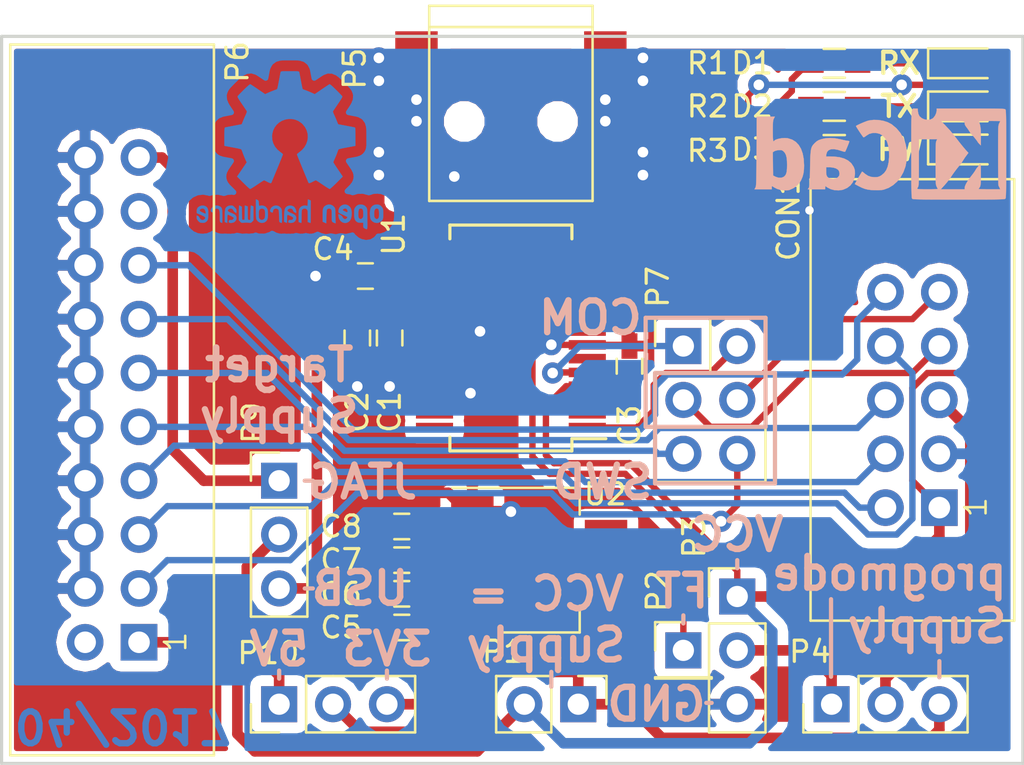
<source format=kicad_pcb>
(kicad_pcb (version 20160815) (host pcbnew "(2017-01-09 revision c2fb336)-makepkg")
  (layers (0 F.Cu signal) (31 B.Cu signal) (34 B.Paste user) (35 F.Paste user) (36 B.SilkS user) (37 F.SilkS user) (38 B.Mask user) (39 F.Mask user) (44 Edge.Cuts user))
  (net 0 "")
  (net 1 +5V)
  (net 2 GND)
  (net 3 VCC)
  (net 4 "Net-(C4-Pad1)")
  (net 5 "Net-(C5-Pad1)")
  (net 6 "Net-(C7-Pad1)")
  (net 7 /RESET)
  (net 8 "Net-(CON1-Pad9)")
  (net 9 /TDI)
  (net 10 "Net-(CON1-Pad7)")
  (net 11 /TDO)
  (net 12 "Net-(CON1-Pad5)")
  (net 13 /TCK)
  (net 14 /TMS)
  (net 15 /TARGET_SUPPLY)
  (net 16 /PROGMODE_FT)
  (net 17 /PROGMODE)
  (net 18 "Net-(P5-Pad3)")
  (net 19 "Net-(P5-Pad2)")
  (net 20 /TARGET_SUPPLY_5V)
  (net 21 /RTCLK)
  (net 22 /nTRST)
  (net 23 /TxD)
  (net 24 /RxD)
  (net 25 "Net-(D1-Pad1)")
  (net 26 "Net-(D2-Pad1)")
  (net 27 "Net-(D3-Pad1)")
  (net 28 /RXLED)
  (net 29 /TXLED)
  (module Symbols:Symbol_KiCAD-Logo_CopperAndSilkScreenTop (layer B.Cu) (at 93.6244 70.7644 180)
    (fp_text reference REF** hide)
    (fp_text value "KiCAD Logo" hide)
  )
  (module Symbols:OSHW-Logo2_9.8x8mm_Copper (layer B.Cu) (at 65.786 70.7644 180)
    (fp_text reference REF*** hide)
    (fp_text value OSHW-Logo2_9.8x8mm_Copper hide)
    (fp_poly (pts (xy -3.231114 -2.584505) (xy -3.156461 -2.621727) (xy -3.090569 -2.690261) (xy -3.072423 -2.715648) (xy -3.052655 -2.748866) (xy -3.039828 -2.784945) (xy -3.03249 -2.833098) (xy -3.029187 -2.902536) (xy -3.028462 -2.994206) (xy -3.031737 -3.11983) (xy -3.043123 -3.214154) (xy -3.064959 -3.284523) (xy -3.099581 -3.338286) (xy -3.14933 -3.382788) (xy -3.152986 -3.385423) (xy -3.202015 -3.412377) (xy -3.261055 -3.425712) (xy -3.336141 -3.429) (xy -3.458205 -3.429) (xy -3.458256 -3.547497) (xy -3.459392 -3.613492) (xy -3.466314 -3.652202) (xy -3.484402 -3.675419) (xy -3.519038 -3.694933) (xy -3.527355 -3.69892) (xy -3.56628 -3.717603) (xy -3.596417 -3.729403) (xy -3.618826 -3.730422) (xy -3.634567 -3.716761) (xy -3.644698 -3.684522) (xy -3.650277 -3.629804) (xy -3.652365 -3.548711) (xy -3.652019 -3.437344) (xy -3.6503 -3.291802) (xy -3.649763 -3.248269) (xy -3.647828 -3.098205) (xy -3.646096 -3.000042) (xy -3.458308 -3.000042) (xy -3.457252 -3.083364) (xy -3.452562 -3.13788) (xy -3.441949 -3.173837) (xy -3.423128 -3.201482) (xy -3.41035 -3.214965) (xy -3.35811 -3.254417) (xy -3.311858 -3.257628) (xy -3.264133 -3.225049) (xy -3.262923 -3.223846) (xy -3.243506 -3.198668) (xy -3.231693 -3.164447) (xy -3.225735 -3.111748) (xy -3.22388 -3.031131) (xy -3.223846 -3.013271) (xy -3.22833 -2.902175) (xy -3.242926 -2.825161) (xy -3.26935 -2.778147) (xy -3.309317 -2.75705) (xy -3.332416 -2.754923) (xy -3.387238 -2.7649) (xy -3.424842 -2.797752) (xy -3.447477 -2.857857) (xy -3.457394 -2.949598) (xy -3.458308 -3.000042) (xy -3.646096 -3.000042) (xy -3.645778 -2.98206) (xy -3.643127 -2.894679) (xy -3.639394 -2.830905) (xy -3.634093 -2.785582) (xy -3.626742 -2.753555) (xy -3.616857 -2.729668) (xy -3.603954 -2.708764) (xy -3.598421 -2.700898) (xy -3.525031 -2.626595) (xy -3.43224 -2.584467) (xy -3.324904 -2.572722) (xy -3.231114 -2.584505)) (layer B.Cu) (width 0.01))
    (fp_poly (pts (xy -1.728336 -2.595089) (xy -1.665633 -2.631358) (xy -1.622039 -2.667358) (xy -1.590155 -2.705075) (xy -1.56819 -2.751199) (xy -1.554351 -2.812421) (xy -1.546847 -2.895431) (xy -1.543883 -3.006919) (xy -1.543539 -3.087062) (xy -1.543539 -3.382065) (xy -1.709615 -3.456515) (xy -1.719385 -3.133402) (xy -1.723421 -3.012729) (xy -1.727656 -2.925141) (xy -1.732903 -2.86465) (xy -1.739975 -2.825268) (xy -1.749689 -2.801007) (xy -1.762856 -2.78588) (xy -1.767081 -2.782606) (xy -1.831091 -2.757034) (xy -1.895792 -2.767153) (xy -1.934308 -2.794) (xy -1.949975 -2.813024) (xy -1.96082 -2.837988) (xy -1.967712 -2.875834) (xy -1.971521 -2.933502) (xy -1.973117 -3.017935) (xy -1.973385 -3.105928) (xy -1.973437 -3.216323) (xy -1.975328 -3.294463) (xy -1.981655 -3.347165) (xy -1.995017 -3.381242) (xy -2.018015 -3.403511) (xy -2.053246 -3.420787) (xy -2.100303 -3.438738) (xy -2.151697 -3.458278) (xy -2.145579 -3.111485) (xy -2.143116 -2.986468) (xy -2.140233 -2.894082) (xy -2.136102 -2.827881) (xy -2.129893 -2.78142) (xy -2.120774 -2.748256) (xy -2.107917 -2.721944) (xy -2.092416 -2.698729) (xy -2.017629 -2.624569) (xy -1.926372 -2.581684) (xy -1.827117 -2.571412) (xy -1.728336 -2.595089)) (layer B.Cu) (width 0.01))
    (fp_poly (pts (xy -3.983114 -2.587256) (xy -3.891536 -2.635409) (xy -3.823951 -2.712905) (xy -3.799943 -2.762727) (xy -3.781262 -2.837533) (xy -3.771699 -2.932052) (xy -3.770792 -3.03521) (xy -3.778079 -3.135935) (xy -3.793097 -3.223153) (xy -3.815385 -3.285791) (xy -3.822235 -3.296579) (xy -3.903368 -3.377105) (xy -3.999734 -3.425336) (xy -4.104299 -3.43945) (xy -4.210032 -3.417629) (xy -4.239457 -3.404547) (xy -4.296759 -3.364231) (xy -4.34705 -3.310775) (xy -4.351803 -3.303995) (xy -4.371122 -3.271321) (xy -4.383892 -3.236394) (xy -4.391436 -3.190414) (xy -4.395076 -3.124584) (xy -4.396135 -3.030105) (xy -4.396154 -3.008923) (xy -4.396106 -3.002182) (xy -4.200769 -3.002182) (xy -4.199632 -3.091349) (xy -4.195159 -3.15052) (xy -4.185754 -3.188741) (xy -4.169824 -3.215053) (xy -4.161692 -3.223846) (xy -4.114942 -3.257261) (xy -4.069553 -3.255737) (xy -4.02366 -3.226752) (xy -3.996288 -3.195809) (xy -3.980077 -3.150643) (xy -3.970974 -3.07942) (xy -3.970349 -3.071114) (xy -3.968796 -2.942037) (xy -3.985035 -2.846172) (xy -4.018848 -2.784107) (xy -4.070016 -2.756432) (xy -4.08828 -2.754923) (xy -4.13624 -2.762513) (xy -4.169047 -2.788808) (xy -4.189105 -2.839095) (xy -4.198822 -2.918664) (xy -4.200769 -3.002182) (xy -4.396106 -3.002182) (xy -4.395426 -2.908249) (xy -4.392371 -2.837906) (xy -4.385678 -2.789163) (xy -4.37404 -2.753288) (xy -4.356147 -2.721548) (xy -4.352192 -2.715648) (xy -4.285733 -2.636104) (xy -4.213315 -2.589929) (xy -4.125151 -2.571599) (xy -4.095213 -2.570703) (xy -3.983114 -2.587256)) (layer B.Cu) (width 0.01))
    (fp_poly (pts (xy -2.465746 -2.599745) (xy -2.388714 -2.651567) (xy -2.329184 -2.726412) (xy -2.293622 -2.821654) (xy -2.286429 -2.891756) (xy -2.287246 -2.921009) (xy -2.294086 -2.943407) (xy -2.312888 -2.963474) (xy -2.349592 -2.985733) (xy -2.410138 -3.014709) (xy -2.500466 -3.054927) (xy -2.500923 -3.055129) (xy -2.584067 -3.09321) (xy -2.652247 -3.127025) (xy -2.698495 -3.152933) (xy -2.715842 -3.167295) (xy -2.715846 -3.167411) (xy -2.700557 -3.198685) (xy -2.664804 -3.233157) (xy -2.623758 -3.25799) (xy -2.602963 -3.262923) (xy -2.54623 -3.245862) (xy -2.497373 -3.203133) (xy -2.473535 -3.156155) (xy -2.450603 -3.121522) (xy -2.405682 -3.082081) (xy -2.352877 -3.048009) (xy -2.30629 -3.02948) (xy -2.296548 -3.028462) (xy -2.285582 -3.045215) (xy -2.284921 -3.088039) (xy -2.29298 -3.145781) (xy -2.308173 -3.207289) (xy -2.328914 -3.261409) (xy -2.329962 -3.26351) (xy -2.392379 -3.35066) (xy -2.473274 -3.409939) (xy -2.565144 -3.439034) (xy -2.660487 -3.435634) (xy -2.751802 -3.397428) (xy -2.755862 -3.394741) (xy -2.827694 -3.329642) (xy -2.874927 -3.244705) (xy -2.901066 -3.133021) (xy -2.904574 -3.101643) (xy -2.910787 -2.953536) (xy -2.903339 -2.884468) (xy -2.715846 -2.884468) (xy -2.71341 -2.927552) (xy -2.700086 -2.940126) (xy -2.666868 -2.930719) (xy -2.614506 -2.908483) (xy -2.555976 -2.88061) (xy -2.554521 -2.879872) (xy -2.504911 -2.853777) (xy -2.485 -2.836363) (xy -2.48991 -2.818107) (xy -2.510584 -2.79412) (xy -2.563181 -2.759406) (xy -2.619823 -2.756856) (xy -2.670631 -2.782119) (xy -2.705724 -2.830847) (xy -2.715846 -2.884468) (xy -2.903339 -2.884468) (xy -2.898008 -2.835036) (xy -2.865222 -2.741055) (xy -2.819579 -2.675215) (xy -2.737198 -2.608681) (xy -2.646454 -2.575676) (xy -2.553815 -2.573573) (xy -2.465746 -2.599745)) (layer B.Cu) (width 0.01))
    (fp_poly (pts (xy -0.840154 -2.49212) (xy -0.834428 -2.57198) (xy -0.827851 -2.619039) (xy -0.818738 -2.639566) (xy -0.805402 -2.639829) (xy -0.801077 -2.637378) (xy -0.743556 -2.619636) (xy -0.668732 -2.620672) (xy -0.592661 -2.63891) (xy -0.545082 -2.662505) (xy -0.496298 -2.700198) (xy -0.460636 -2.742855) (xy -0.436155 -2.797057) (xy -0.420913 -2.869384) (xy -0.41297 -2.966419) (xy -0.410384 -3.094742) (xy -0.410338 -3.119358) (xy -0.410308 -3.39587) (xy -0.471839 -3.41732) (xy -0.515541 -3.431912) (xy -0.539518 -3.438706) (xy -0.540223 -3.438769) (xy -0.542585 -3.420345) (xy -0.544594 -3.369526) (xy -0.546099 -3.292993) (xy -0.546947 -3.19743) (xy -0.547077 -3.139329) (xy -0.547349 -3.024771) (xy -0.548748 -2.942667) (xy -0.552151 -2.886393) (xy -0.558433 -2.849326) (xy -0.568471 -2.824844) (xy -0.583139 -2.806325) (xy -0.592298 -2.797406) (xy -0.655211 -2.761466) (xy -0.723864 -2.758775) (xy -0.786152 -2.78917) (xy -0.797671 -2.800144) (xy -0.814567 -2.820779) (xy -0.826286 -2.845256) (xy -0.833767 -2.880647) (xy -0.837946 -2.934026) (xy -0.839763 -3.012466) (xy -0.840154 -3.120617) (xy -0.840154 -3.39587) (xy -0.901685 -3.41732) (xy -0.945387 -3.431912) (xy -0.969364 -3.438706) (xy -0.97007 -3.438769) (xy -0.971874 -3.420069) (xy -0.9735 -3.367322) (xy -0.974883 -3.285557) (xy -0.975958 -3.179805) (xy -0.97666 -3.055094) (xy -0.976923 -2.916455) (xy -0.976923 -2.381806) (xy -0.849923 -2.328236) (xy -0.840154 -2.49212)) (layer B.Cu) (width 0.01))
    (fp_poly (pts (xy 0.053501 -2.626303) (xy 0.13006 -2.654733) (xy 0.130936 -2.655279) (xy 0.178285 -2.690127) (xy 0.213241 -2.730852) (xy 0.237825 -2.783925) (xy 0.254062 -2.855814) (xy 0.263975 -2.952992) (xy 0.269586 -3.081928) (xy 0.270077 -3.100298) (xy 0.277141 -3.377287) (xy 0.217695 -3.408028) (xy 0.174681 -3.428802) (xy 0.14871 -3.438646) (xy 0.147509 -3.438769) (xy 0.143014 -3.420606) (xy 0.139444 -3.371612) (xy 0.137248 -3.300031) (xy 0.136769 -3.242068) (xy 0.136758 -3.14817) (xy 0.132466 -3.089203) (xy 0.117503 -3.061079) (xy 0.085482 -3.059706) (xy 0.030014 -3.080998) (xy -0.053731 -3.120136) (xy -0.115311 -3.152643) (xy -0.146983 -3.180845) (xy -0.156294 -3.211582) (xy -0.156308 -3.213104) (xy -0.140943 -3.266054) (xy -0.095453 -3.29466) (xy -0.025834 -3.298803) (xy 0.024313 -3.298084) (xy 0.050754 -3.312527) (xy 0.067243 -3.347218) (xy 0.076733 -3.391416) (xy 0.063057 -3.416493) (xy 0.057907 -3.420082) (xy 0.009425 -3.434496) (xy -0.058469 -3.436537) (xy -0.128388 -3.426983) (xy -0.177932 -3.409522) (xy -0.24643 -3.351364) (xy -0.285366 -3.270408) (xy -0.293077 -3.20716) (xy -0.287193 -3.150111) (xy -0.265899 -3.103542) (xy -0.223735 -3.062181) (xy -0.155241 -3.020755) (xy -0.054956 -2.973993) (xy -0.048846 -2.97135) (xy 0.04149 -2.929617) (xy 0.097235 -2.895391) (xy 0.121129 -2.864635) (xy 0.115913 -2.833311) (xy 0.084328 -2.797383) (xy 0.074883 -2.789116) (xy 0.011617 -2.757058) (xy -0.053936 -2.758407) (xy -0.111028 -2.789838) (xy -0.148907 -2.848024) (xy -0.152426 -2.859446) (xy -0.1867 -2.914837) (xy -0.230191 -2.941518) (xy -0.293077 -2.96796) (xy -0.293077 -2.899548) (xy -0.273948 -2.80011) (xy -0.217169 -2.708902) (xy -0.187622 -2.678389) (xy -0.120458 -2.639228) (xy -0.035044 -2.6215) (xy 0.053501 -2.626303)) (layer B.Cu) (width 0.01))
    (fp_poly (pts (xy 0.713362 -2.62467) (xy 0.802117 -2.657421) (xy 0.874022 -2.71535) (xy 0.902144 -2.756128) (xy 0.932802 -2.830954) (xy 0.932165 -2.885058) (xy 0.899987 -2.921446) (xy 0.888081 -2.927633) (xy 0.836675 -2.946925) (xy 0.810422 -2.941982) (xy 0.80153 -2.909587) (xy 0.801077 -2.891692) (xy 0.784797 -2.825859) (xy 0.742365 -2.779807) (xy 0.683388 -2.757564) (xy 0.617475 -2.763161) (xy 0.563895 -2.792229) (xy 0.545798 -2.80881) (xy 0.532971 -2.828925) (xy 0.524306 -2.859332) (xy 0.518696 -2.906788) (xy 0.515035 -2.97805) (xy 0.512215 -3.079875) (xy 0.511484 -3.112115) (xy 0.50882 -3.22241) (xy 0.505792 -3.300036) (xy 0.50125 -3.351396) (xy 0.494046 -3.38289) (xy 0.483033 -3.40092) (xy 0.46706 -3.411888) (xy 0.456834 -3.416733) (xy 0.413406 -3.433301) (xy 0.387842 -3.438769) (xy 0.379395 -3.420507) (xy 0.374239 -3.365296) (xy 0.372346 -3.272499) (xy 0.373689 -3.141478) (xy 0.374107 -3.121269) (xy 0.377058 -3.001733) (xy 0.380548 -2.914449) (xy 0.385514 -2.852591) (xy 0.392893 -2.809336) (xy 0.403624 -2.77786) (xy 0.418645 -2.751339) (xy 0.426502 -2.739975) (xy 0.471553 -2.689692) (xy 0.52194 -2.650581) (xy 0.528108 -2.647167) (xy 0.618458 -2.620212) (xy 0.713362 -2.62467)) (layer B.Cu) (width 0.01))
    (fp_poly (pts (xy 1.602081 -2.780289) (xy 1.601833 -2.92632) (xy 1.600872 -3.038655) (xy 1.598794 -3.122678) (xy 1.595193 -3.183769) (xy 1.589665 -3.227309) (xy 1.581804 -3.258679) (xy 1.571207 -3.283262) (xy 1.563182 -3.297294) (xy 1.496728 -3.373388) (xy 1.41247 -3.421084) (xy 1.319249 -3.438199) (xy 1.2259 -3.422546) (xy 1.170312 -3.394418) (xy 1.111957 -3.34576) (xy 1.072186 -3.286333) (xy 1.04819 -3.208507) (xy 1.037161 -3.104652) (xy 1.035599 -3.028462) (xy 1.035809 -3.022986) (xy 1.172308 -3.022986) (xy 1.173141 -3.110355) (xy 1.176961 -3.168192) (xy 1.185746 -3.206029) (xy 1.201474 -3.233398) (xy 1.220266 -3.254042) (xy 1.283375 -3.29389) (xy 1.351137 -3.297295) (xy 1.415179 -3.264025) (xy 1.420164 -3.259517) (xy 1.441439 -3.236067) (xy 1.454779 -3.208166) (xy 1.462001 -3.166641) (xy 1.464923 -3.102316) (xy 1.465385 -3.0312) (xy 1.464383 -2.941858) (xy 1.460238 -2.882258) (xy 1.451236 -2.843089) (xy 1.435667 -2.81504) (xy 1.422902 -2.800144) (xy 1.3636 -2.762575) (xy 1.295301 -2.758057) (xy 1.23011 -2.786753) (xy 1.217528 -2.797406) (xy 1.196111 -2.821063) (xy 1.182744 -2.849251) (xy 1.175566 -2.891245) (xy 1.172719 -2.956319) (xy 1.172308 -3.022986) (xy 1.035809 -3.022986) (xy 1.040322 -2.905765) (xy 1.056362 -2.813577) (xy 1.086528 -2.744269) (xy 1.133629 -2.690211) (xy 1.170312 -2.662505) (xy 1.23699 -2.632572) (xy 1.314272 -2.618678) (xy 1.38611 -2.622397) (xy 1.426308 -2.6374) (xy 1.442082 -2.64167) (xy 1.45255 -2.62575) (xy 1.459856 -2.583089) (xy 1.465385 -2.518106) (xy 1.471437 -2.445732) (xy 1.479844 -2.402187) (xy 1.495141 -2.377287) (xy 1.521864 -2.360845) (xy 1.538654 -2.353564) (xy 1.602154 -2.326963) (xy 1.602081 -2.780289)) (layer B.Cu) (width 0.01))
    (fp_poly (pts (xy 2.395929 -2.636662) (xy 2.398911 -2.688068) (xy 2.401247 -2.766192) (xy 2.402749 -2.864857) (xy 2.403231 -2.968343) (xy 2.403231 -3.318533) (xy 2.341401 -3.380363) (xy 2.298793 -3.418462) (xy 2.26139 -3.433895) (xy 2.21027 -3.432918) (xy 2.189978 -3.430433) (xy 2.126554 -3.4232) (xy 2.074095 -3.419055) (xy 2.061308 -3.418672) (xy 2.018199 -3.421176) (xy 1.956544 -3.427462) (xy 1.932638 -3.430433) (xy 1.873922 -3.435028) (xy 1.834464 -3.425046) (xy 1.795338 -3.394228) (xy 1.781215 -3.380363) (xy 1.719385 -3.318533) (xy 1.719385 -2.663503) (xy 1.76915 -2.640829) (xy 1.812002 -2.624034) (xy 1.837073 -2.618154) (xy 1.843501 -2.636736) (xy 1.849509 -2.688655) (xy 1.854697 -2.768172) (xy 1.858664 -2.869546) (xy 1.860577 -2.955192) (xy 1.865923 -3.292231) (xy 1.91256 -3.298825) (xy 1.954976 -3.294214) (xy 1.97576 -3.279287) (xy 1.98157 -3.251377) (xy 1.98653 -3.191925) (xy 1.990246 -3.108466) (xy 1.992324 -3.008532) (xy 1.992624 -2.957104) (xy 1.992923 -2.661054) (xy 2.054454 -2.639604) (xy 2.098004 -2.62502) (xy 2.121694 -2.618219) (xy 2.122377 -2.618154) (xy 2.124754 -2.636642) (xy 2.127366 -2.687906) (xy 2.129995 -2.765649) (xy 2.132421 -2.863574) (xy 2.134115 -2.955192) (xy 2.139461 -3.292231) (xy 2.256692 -3.292231) (xy 2.262072 -2.984746) (xy 2.267451 -2.677261) (xy 2.324601 -2.647707) (xy 2.366797 -2.627413) (xy 2.39177 -2.618204) (xy 2.392491 -2.618154) (xy 2.395929 -2.636662)) (layer B.Cu) (width 0.01))
    (fp_poly (pts (xy 2.887333 -2.633528) (xy 2.94359 -2.659117) (xy 2.987747 -2.690124) (xy 3.020101 -2.724795) (xy 3.042438 -2.76952) (xy 3.056546 -2.830692) (xy 3.064211 -2.914701) (xy 3.06722 -3.02794) (xy 3.067538 -3.102509) (xy 3.067538 -3.39342) (xy 3.017773 -3.416095) (xy 2.978576 -3.432667) (xy 2.959157 -3.438769) (xy 2.955442 -3.42061) (xy 2.952495 -3.371648) (xy 2.950691 -3.300153) (xy 2.950308 -3.243385) (xy 2.948661 -3.161371) (xy 2.944222 -3.096309) (xy 2.93774 -3.056467) (xy 2.93259 -3.048) (xy 2.897977 -3.056646) (xy 2.84364 -3.078823) (xy 2.780722 -3.108886) (xy 2.720368 -3.141192) (xy 2.673721 -3.170098) (xy 2.651926 -3.189961) (xy 2.651839 -3.190175) (xy 2.653714 -3.226935) (xy 2.670525 -3.262026) (xy 2.700039 -3.290528) (xy 2.743116 -3.300061) (xy 2.779932 -3.29895) (xy 2.832074 -3.298133) (xy 2.859444 -3.310349) (xy 2.875882 -3.342624) (xy 2.877955 -3.34871) (xy 2.885081 -3.394739) (xy 2.866024 -3.422687) (xy 2.816353 -3.436007) (xy 2.762697 -3.43847) (xy 2.666142 -3.42021) (xy 2.616159 -3.394131) (xy 2.554429 -3.332868) (xy 2.52169 -3.25767) (xy 2.518753 -3.178211) (xy 2.546424 -3.104167) (xy 2.588047 -3.057769) (xy 2.629604 -3.031793) (xy 2.694922 -2.998907) (xy 2.771038 -2.965557) (xy 2.783726 -2.960461) (xy 2.867333 -2.923565) (xy 2.91553 -2.891046) (xy 2.93103 -2.858718) (xy 2.91655 -2.822394) (xy 2.891692 -2.794) (xy 2.832939 -2.759039) (xy 2.768293 -2.756417) (xy 2.709008 -2.783358) (xy 2.666339 -2.837088) (xy 2.660739 -2.85095) (xy 2.628133 -2.901936) (xy 2.58053 -2.939787) (xy 2.520461 -2.97085) (xy 2.520461 -2.882768) (xy 2.523997 -2.828951) (xy 2.539156 -2.786534) (xy 2.572768 -2.741279) (xy 2.605035 -2.70642) (xy 2.655209 -2.657062) (xy 2.694193 -2.630547) (xy 2.736064 -2.619911) (xy 2.78346 -2.618154) (xy 2.887333 -2.633528)) (layer B.Cu) (width 0.01))
    (fp_poly (pts (xy 3.570807 -2.636782) (xy 3.594161 -2.646988) (xy 3.649902 -2.691134) (xy 3.697569 -2.754967) (xy 3.727048 -2.823087) (xy 3.731846 -2.85667) (xy 3.71576 -2.903556) (xy 3.680475 -2.928365) (xy 3.642644 -2.943387) (xy 3.625321 -2.946155) (xy 3.616886 -2.926066) (xy 3.60023 -2.882351) (xy 3.592923 -2.862598) (xy 3.551948 -2.794271) (xy 3.492622 -2.760191) (xy 3.416552 -2.761239) (xy 3.410918 -2.762581) (xy 3.370305 -2.781836) (xy 3.340448 -2.819375) (xy 3.320055 -2.879809) (xy 3.307836 -2.967751) (xy 3.3025 -3.087813) (xy 3.302 -3.151698) (xy 3.301752 -3.252403) (xy 3.300126 -3.321054) (xy 3.295801 -3.364673) (xy 3.287454 -3.390282) (xy 3.273765 -3.404903) (xy 3.253411 -3.415558) (xy 3.252234 -3.416095) (xy 3.213038 -3.432667) (xy 3.193619 -3.438769) (xy 3.190635 -3.420319) (xy 3.188081 -3.369323) (xy 3.18614 -3.292308) (xy 3.184997 -3.195805) (xy 3.184769 -3.125184) (xy 3.185932 -2.988525) (xy 3.190479 -2.884851) (xy 3.199999 -2.808108) (xy 3.216081 -2.752246) (xy 3.240313 -2.711212) (xy 3.274286 -2.678954) (xy 3.307833 -2.65644) (xy 3.388499 -2.626476) (xy 3.482381 -2.619718) (xy 3.570807 -2.636782)) (layer B.Cu) (width 0.01))
    (fp_poly (pts (xy 4.245224 -2.647838) (xy 4.322528 -2.698361) (xy 4.359814 -2.74359) (xy 4.389353 -2.825663) (xy 4.391699 -2.890607) (xy 4.386385 -2.977445) (xy 4.186115 -3.065103) (xy 4.088739 -3.109887) (xy 4.025113 -3.145913) (xy 3.992029 -3.177117) (xy 3.98628 -3.207436) (xy 4.004658 -3.240805) (xy 4.024923 -3.262923) (xy 4.083889 -3.298393) (xy 4.148024 -3.300879) (xy 4.206926 -3.273235) (xy 4.250197 -3.21832) (xy 4.257936 -3.198928) (xy 4.295006 -3.138364) (xy 4.337654 -3.112552) (xy 4.396154 -3.090471) (xy 4.396154 -3.174184) (xy 4.390982 -3.23115) (xy 4.370723 -3.279189) (xy 4.328262 -3.334346) (xy 4.321951 -3.341514) (xy 4.27472 -3.390585) (xy 4.234121 -3.41692) (xy 4.183328 -3.429035) (xy 4.14122 -3.433003) (xy 4.065902 -3.433991) (xy 4.012286 -3.421466) (xy 3.978838 -3.402869) (xy 3.926268 -3.361975) (xy 3.889879 -3.317748) (xy 3.86685 -3.262126) (xy 3.854359 -3.187047) (xy 3.849587 -3.084449) (xy 3.849206 -3.032376) (xy 3.850501 -2.969948) (xy 3.968471 -2.969948) (xy 3.969839 -3.003438) (xy 3.973249 -3.008923) (xy 3.995753 -3.001472) (xy 4.044182 -2.981753) (xy 4.108908 -2.953718) (xy 4.122443 -2.947692) (xy 4.204244 -2.906096) (xy 4.249312 -2.869538) (xy 4.259217 -2.835296) (xy 4.235526 -2.800648) (xy 4.21596 -2.785339) (xy 4.14536 -2.754721) (xy 4.07928 -2.75978) (xy 4.023959 -2.797151) (xy 3.985636 -2.863473) (xy 3.973349 -2.916116) (xy 3.968471 -2.969948) (xy 3.850501 -2.969948) (xy 3.85173 -2.91072) (xy 3.861032 -2.82071) (xy 3.87946 -2.755167) (xy 3.90936 -2.706912) (xy 3.95308 -2.668767) (xy 3.972141 -2.65644) (xy 4.058726 -2.624336) (xy 4.153522 -2.622316) (xy 4.245224 -2.647838)) (layer B.Cu) (width 0.01))
    (fp_poly (pts (xy 0.139878 3.712224) (xy 0.245612 3.711645) (xy 0.322132 3.710078) (xy 0.374372 3.707028) (xy 0.407263 3.702004) (xy 0.425737 3.694511) (xy 0.434727 3.684056) (xy 0.439163 3.670147) (xy 0.439594 3.668346) (xy 0.446333 3.635855) (xy 0.458808 3.571748) (xy 0.475719 3.482849) (xy 0.495771 3.375981) (xy 0.517664 3.257967) (xy 0.518429 3.253822) (xy 0.540359 3.138169) (xy 0.560877 3.035986) (xy 0.578659 2.953402) (xy 0.592381 2.896544) (xy 0.600718 2.871542) (xy 0.601116 2.871099) (xy 0.625677 2.85889) (xy 0.676315 2.838544) (xy 0.742095 2.814455) (xy 0.742461 2.814326) (xy 0.825317 2.783182) (xy 0.923 2.743509) (xy 1.015077 2.703619) (xy 1.019434 2.701647) (xy 1.169407 2.63358) (xy 1.501498 2.860361) (xy 1.603374 2.929496) (xy 1.695657 2.991303) (xy 1.773003 3.042267) (xy 1.830064 3.078873) (xy 1.861495 3.097606) (xy 1.864479 3.098996) (xy 1.887321 3.09281) (xy 1.929982 3.062965) (xy 1.994128 3.008053) (xy 2.081421 2.926666) (xy 2.170535 2.840078) (xy 2.256441 2.754753) (xy 2.333327 2.676892) (xy 2.396564 2.611303) (xy 2.441523 2.562795) (xy 2.463576 2.536175) (xy 2.464396 2.534805) (xy 2.466834 2.516537) (xy 2.45765 2.486705) (xy 2.434574 2.441279) (xy 2.395337 2.37623) (xy 2.33767 2.28753) (xy 2.260795 2.173343) (xy 2.19257 2.072838) (xy 2.131582 1.982697) (xy 2.081356 1.908151) (xy 2.045416 1.854435) (xy 2.027287 1.826782) (xy 2.026146 1.824905) (xy 2.028359 1.79841) (xy 2.045138 1.746914) (xy 2.073142 1.680149) (xy 2.083122 1.658828) (xy 2.126672 1.563841) (xy 2.173134 1.456063) (xy 2.210877 1.362808) (xy 2.238073 1.293594) (xy 2.259675 1.240994) (xy 2.272158 1.213503) (xy 2.273709 1.211384) (xy 2.296668 1.207876) (xy 2.350786 1.198262) (xy 2.428868 1.183911) (xy 2.523719 1.166193) (xy 2.628143 1.146475) (xy 2.734944 1.126126) (xy 2.836926 1.106514) (xy 2.926894 1.089009) (xy 2.997653 1.074978) (xy 3.042006 1.065791) (xy 3.052885 1.063193) (xy 3.064122 1.056782) (xy 3.072605 1.042303) (xy 3.078714 1.014867) (xy 3.082832 0.969589) (xy 3.085341 0.90158) (xy 3.086621 0.805953) (xy 3.087054 0.67782) (xy 3.087077 0.625299) (xy 3.087077 0.198155) (xy 2.9845 0.177909) (xy 2.927431 0.16693) (xy 2.842269 0.150905) (xy 2.739372 0.131767) (xy 2.629096 0.111449) (xy 2.598615 0.105868) (xy 2.496855 0.086083) (xy 2.408205 0.066627) (xy 2.340108 0.049303) (xy 2.300004 0.035912) (xy 2.293323 0.031921) (xy 2.276919 0.003658) (xy 2.253399 -0.051109) (xy 2.227316 -0.121588) (xy 2.222142 -0.136769) (xy 2.187956 -0.230896) (xy 2.145523 -0.337101) (xy 2.103997 -0.432473) (xy 2.103792 -0.432916) (xy 2.03464 -0.582525) (xy 2.489512 -1.251617) (xy 2.1975 -1.544116) (xy 2.10918 -1.63117) (xy 2.028625 -1.707909) (xy 1.96036 -1.770237) (xy 1.908908 -1.814056) (xy 1.878794 -1.83527) (xy 1.874474 -1.836616) (xy 1.849111 -1.826016) (xy 1.797358 -1.796547) (xy 1.724868 -1.751705) (xy 1.637294 -1.694984) (xy 1.542612 -1.631462) (xy 1.446516 -1.566668) (xy 1.360837 -1.510287) (xy 1.291016 -1.465788) (xy 1.242494 -1.436639) (xy 1.220782 -1.426308) (xy 1.194293 -1.43505) (xy 1.144062 -1.458087) (xy 1.080451 -1.490631) (xy 1.073708 -1.494249) (xy 0.988046 -1.53721) (xy 0.929306 -1.558279) (xy 0.892772 -1.558503) (xy 0.873731 -1.538928) (xy 0.87362 -1.538654) (xy 0.864102 -1.515472) (xy 0.841403 -1.460441) (xy 0.807282 -1.377822) (xy 0.7635 -1.271872) (xy 0.711816 -1.146852) (xy 0.653992 -1.00702) (xy 0.597991 -0.871637) (xy 0.536447 -0.722234) (xy 0.479939 -0.583832) (xy 0.430161 -0.460673) (xy 0.388806 -0.357002) (xy 0.357568 -0.277059) (xy 0.338141 -0.225088) (xy 0.332154 -0.205692) (xy 0.347168 -0.183443) (xy 0.386439 -0.147982) (xy 0.438807 -0.108887) (xy 0.587941 0.014755) (xy 0.704511 0.156478) (xy 0.787118 0.313296) (xy 0.834366 0.482225) (xy 0.844857 0.660278) (xy 0.837231 0.742461) (xy 0.795682 0.912969) (xy 0.724123 1.063541) (xy 0.626995 1.192691) (xy 0.508734 1.298936) (xy 0.37378 1.38079) (xy 0.226571 1.436768) (xy 0.071544 1.465385) (xy -0.086861 1.465156) (xy -0.244206 1.434595) (xy -0.396054 1.372218) (xy -0.537965 1.27654) (xy -0.597197 1.222428) (xy -0.710797 1.08348) (xy -0.789894 0.931639) (xy -0.835014 0.771333) (xy -0.846684 0.606988) (xy -0.825431 0.443029) (xy -0.77178 0.283882) (xy -0.68626 0.133975) (xy -0.569395 -0.002267) (xy -0.438807 -0.108887) (xy -0.384412 -0.149642) (xy -0.345986 -0.184718) (xy -0.332154 -0.205726) (xy -0.339397 -0.228635) (xy -0.359995 -0.283365) (xy -0.392254 -0.365672) (xy -0.434479 -0.471315) (xy -0.484977 -0.59605) (xy -0.542052 -0.735636) (xy -0.598146 -0.87167) (xy -0.660033 -1.021201) (xy -0.717356 -1.159767) (xy -0.768356 -1.283107) (xy -0.811273 -1.386964) (xy -0.844347 -1.46708) (xy -0.865819 -1.519195) (xy -0.873775 -1.538654) (xy -0.892571 -1.558423) (xy -0.928926 -1.558365) (xy -0.987521 -1.537441) (xy -1.073032 -1.494613) (xy -1.073708 -1.494249) (xy -1.138093 -1.461012) (xy -1.190139 -1.436802) (xy -1.219488 -1.426404) (xy -1.220783 -1.426308) (xy -1.242876 -1.436855) (xy -1.291652 -1.466184) (xy -1.361669 -1.510827) (xy -1.447486 -1.567314) (xy -1.542612 -1.631462) (xy -1.63946 -1.696411) (xy -1.726747 -1.752896) (xy -1.798819 -1.797421) (xy -1.850023 -1.82649) (xy -1.874474 -1.836616) (xy -1.89699 -1.823307) (xy -1.942258 -1.786112) (xy -2.005756 -1.729128) (xy -2.082961 -1.656449) (xy -2.169349 -1.572171) (xy -2.197601 -1.544016) (xy -2.489713 -1.251416) (xy -2.267369 -0.925104) (xy -2.199798 -0.824897) (xy -2.140493 -0.734963) (xy -2.092783 -0.66051) (xy -2.059993 -0.606751) (xy -2.045452 -0.578894) (xy -2.045026 -0.576912) (xy -2.052692 -0.550655) (xy -2.073311 -0.497837) (xy -2.103315 -0.42731) (xy -2.124375 -0.380093) (xy -2.163752 -0.289694) (xy -2.200835 -0.198366) (xy -2.229585 -0.1212) (xy -2.237395 -0.097692) (xy -2.259583 -0.034916) (xy -2.281273 0.013589) (xy -2.293187 0.031921) (xy -2.319477 0.043141) (xy -2.376858 0.059046) (xy -2.457882 0.077833) (xy -2.555105 0.097701) (xy -2.598615 0.105868) (xy -2.709104 0.126171) (xy -2.815084 0.14583) (xy -2.906199 0.162912) (xy -2.972092 0.175482) (xy -2.9845 0.177909) (xy -3.087077 0.198155) (xy -3.087077 0.625299) (xy -3.086847 0.765754) (xy -3.085901 0.872021) (xy -3.083859 0.948987) (xy -3.080338 1.00154) (xy -3.074957 1.034567) (xy -3.067334 1.052955) (xy -3.057088 1.061592) (xy -3.052885 1.063193) (xy -3.02753 1.068873) (xy -2.971516 1.080205) (xy -2.892036 1.095821) (xy -2.796288 1.114353) (xy -2.691467 1.134431) (xy -2.584768 1.154688) (xy -2.483387 1.173754) (xy -2.394521 1.190261) (xy -2.325363 1.202841) (xy -2.283111 1.210125) (xy -2.27371 1.211384) (xy -2.265193 1.228237) (xy -2.24634 1.27313) (xy -2.220676 1.33757) (xy -2.210877 1.362808) (xy -2.171352 1.460314) (xy -2.124808 1.568041) (xy -2.083123 1.658828) (xy -2.05245 1.728247) (xy -2.032044 1.78529) (xy -2.025232 1.820223) (xy -2.026318 1.824905) (xy -2.040715 1.847009) (xy -2.073588 1.896169) (xy -2.12141 1.967152) (xy -2.180652 2.054722) (xy -2.247785 2.153643) (xy -2.261059 2.17317) (xy -2.338954 2.28886) (xy -2.396213 2.376956) (xy -2.435119 2.441514) (xy -2.457956 2.486589) (xy -2.467006 2.516237) (xy -2.464552 2.534515) (xy -2.464489 2.534631) (xy -2.445173 2.558639) (xy -2.402449 2.605053) (xy -2.340949 2.669063) (xy -2.265302 2.745855) (xy -2.180139 2.830618) (xy -2.170535 2.840078) (xy -2.06321 2.944011) (xy -1.980385 3.020325) (xy -1.920395 3.070429) (xy -1.881577 3.09573) (xy -1.86448 3.098996) (xy -1.839527 3.08475) (xy -1.787745 3.051844) (xy -1.71448 3.003792) (xy -1.62508 2.94411) (xy -1.524889 2.876312) (xy -1.501499 2.860361) (xy -1.169407 2.63358) (xy -1.019435 2.701647) (xy -0.92823 2.741315) (xy -0.830331 2.781209) (xy -0.746169 2.813017) (xy -0.742462 2.814326) (xy -0.676631 2.838424) (xy -0.625884 2.8588) (xy -0.601158 2.871064) (xy -0.601116 2.871099) (xy -0.593271 2.893266) (xy -0.579934 2.947783) (xy -0.56243 3.02852) (xy -0.542083 3.12935) (xy -0.520218 3.244144) (xy -0.518429 3.253822) (xy -0.496496 3.372096) (xy -0.47636 3.479458) (xy -0.45932 3.569083) (xy -0.446672 3.634149) (xy -0.439716 3.667832) (xy -0.439594 3.668346) (xy -0.435361 3.682675) (xy -0.427129 3.693493) (xy -0.409967 3.701294) (xy -0.378942 3.706571) (xy -0.329122 3.709818) (xy -0.255576 3.711528) (xy -0.153371 3.712193) (xy -0.017575 3.712307) (xy 0 3.712308) (xy 0.139878 3.712224)) (layer B.Cu) (width 0.01))
  )
  (module proz_logo:Shimatta_SolderMask (layer B.Cu) (at 80.4164 75.2856 180)
    (fp_text reference G*** hide)
    (fp_text value LOGO hide)
  )
  (module Capacitors_SMD:C_0603_HandSoldering (layer F.Cu) (at 70.485 79.629 270)
    (fp_text reference C1 (at 3.4925 0 270) (layer F.SilkS))
    (fp_text value 100n)
    (pad 1 smd rect (at -0.95 0 270) (size 1.2 0.75) (layers F.Cu F.Paste F.Mask) (net 1 +5V))
    (pad 2 smd rect (at 0.95 0 270) (size 1.2 0.75) (layers F.Cu F.Paste F.Mask) (net 2 GND))
  )
  (module Capacitors_SMD:C_0603_HandSoldering (layer F.Cu) (at 68.961 79.629 270)
    (fp_text reference C2 (at 3.4925 0 270) (layer F.SilkS))
    (fp_text value 1u)
    (pad 2 smd rect (at 0.95 0 270) (size 1.2 0.75) (layers F.Cu F.Paste F.Mask) (net 2 GND))
    (pad 1 smd rect (at -0.95 0 270) (size 1.2 0.75) (layers F.Cu F.Paste F.Mask) (net 1 +5V))
  )
  (module Capacitors_SMD:C_0603_HandSoldering (layer F.Cu) (at 81.788 80.96 90)
    (fp_text reference C3 (at -2.7965 0 90) (layer F.SilkS))
    (fp_text value 100n)
    (pad 1 smd rect (at -0.95 0 90) (size 1.2 0.75) (layers F.Cu F.Paste F.Mask) (net 3 VCC))
    (pad 2 smd rect (at 0.95 0 90) (size 1.2 0.75) (layers F.Cu F.Paste F.Mask) (net 2 GND))
  )
  (module Capacitors_SMD:C_0603_HandSoldering (layer F.Cu) (at 69.342 76.708 180)
    (fp_text reference C4 (at 1.524 1.27 180) (layer F.SilkS))
    (fp_text value 100n)
    (pad 1 smd rect (at -0.95 0 180) (size 1.2 0.75) (layers F.Cu F.Paste F.Mask) (net 4 "Net-(C4-Pad1)"))
    (pad 2 smd rect (at 0.95 0 180) (size 1.2 0.75) (layers F.Cu F.Paste F.Mask) (net 2 GND))
  )
  (module Capacitors_SMD:C_0603_HandSoldering (layer F.Cu) (at 71.059 93.2815 180)
    (fp_text reference C5 (at 2.86 0 180) (layer F.SilkS))
    (fp_text value 1u)
    (pad 2 smd rect (at 0.95 0 180) (size 1.2 0.75) (layers F.Cu F.Paste F.Mask) (net 2 GND))
    (pad 1 smd rect (at -0.95 0 180) (size 1.2 0.75) (layers F.Cu F.Paste F.Mask) (net 5 "Net-(C5-Pad1)"))
  )
  (module Capacitors_SMD:C_0603_HandSoldering (layer F.Cu) (at 71.0565 91.694 180)
    (fp_text reference C6 (at 2.8575 0 180) (layer F.SilkS))
    (fp_text value 100n)
    (pad 2 smd rect (at 0.95 0 180) (size 1.2 0.75) (layers F.Cu F.Paste F.Mask) (net 2 GND))
    (pad 1 smd rect (at -0.95 0 180) (size 1.2 0.75) (layers F.Cu F.Paste F.Mask) (net 5 "Net-(C5-Pad1)"))
  )
  (module Capacitors_SMD:C_0603_HandSoldering (layer F.Cu) (at 71.0565 90.1065 180)
    (fp_text reference C7 (at 2.8575 0 180) (layer F.SilkS))
    (fp_text value 100n)
    (pad 2 smd rect (at 0.95 0 180) (size 1.2 0.75) (layers F.Cu F.Paste F.Mask) (net 2 GND))
    (pad 1 smd rect (at -0.95 0 180) (size 1.2 0.75) (layers F.Cu F.Paste F.Mask) (net 6 "Net-(C7-Pad1)"))
  )
  (module Capacitors_SMD:C_0603_HandSoldering (layer F.Cu) (at 71.0565 88.519 180)
    (fp_text reference C8 (at 2.8575 0 180) (layer F.SilkS))
    (fp_text value 1u)
    (pad 1 smd rect (at -0.95 0 180) (size 1.2 0.75) (layers F.Cu F.Paste F.Mask) (net 6 "Net-(C7-Pad1)"))
    (pad 2 smd rect (at 0.95 0 180) (size 1.2 0.75) (layers F.Cu F.Paste F.Mask) (net 2 GND))
  )
  (module Connectors:IDC_Header_Straight_10pins (layer F.Cu) (at 96.393 87.63 90)
    (fp_text reference CON1 (at 13.6525 -7.112 90) (layer F.SilkS))
    (fp_text value 10PIN_JTAG_SWD)
    (fp_text user 1 (at 0.02 1.72 90) (layer F.SilkS) (effects (font (thickness 0.12))))
    (pad 10 thru_hole oval (at 10.16 -2.54 90) (size 1.7272 1.7272) (drill 1.016) (layers *.Cu *.Mask) (net 7 /RESET))
    (pad 9 thru_hole oval (at 10.16 0 90) (size 1.7272 1.7272) (drill 1.016) (layers *.Cu *.Mask) (net 8 "Net-(CON1-Pad9)"))
    (pad 8 thru_hole oval (at 7.62 -2.54 90) (size 1.7272 1.7272) (drill 1.016) (layers *.Cu *.Mask) (net 9 /TDI))
    (pad 7 thru_hole oval (at 7.62 0 90) (size 1.7272 1.7272) (drill 1.016) (layers *.Cu *.Mask) (net 10 "Net-(CON1-Pad7)"))
    (pad 6 thru_hole oval (at 5.08 -2.54 90) (size 1.7272 1.7272) (drill 1.016) (layers *.Cu *.Mask) (net 11 /TDO))
    (pad 5 thru_hole oval (at 5.08 0 90) (size 1.7272 1.7272) (drill 1.016) (layers *.Cu *.Mask) (net 12 "Net-(CON1-Pad5)"))
    (pad 4 thru_hole oval (at 2.54 -2.54 90) (size 1.7272 1.7272) (drill 1.016) (layers *.Cu *.Mask) (net 13 /TCK))
    (pad 3 thru_hole oval (at 2.54 0 90) (size 1.7272 1.7272) (drill 1.016) (layers *.Cu *.Mask) (net 2 GND))
    (pad 2 thru_hole oval (at 0 -2.54 90) (size 1.7272 1.7272) (drill 1.016) (layers *.Cu *.Mask) (net 14 /TMS))
    (pad 1 thru_hole rect (at 0 0 90) (size 1.7272 1.7272) (drill 1.016) (layers *.Cu *.Mask) (net 3 VCC))
  )
  (module Pin_Headers:Pin_Header_Straight_1x02_Pitch2.54mm (layer F.Cu) (at 79.375 96.901 270)
    (fp_text reference P1 (at -2.4765 3.556) (layer F.SilkS))
    (fp_text value CONN_01X02)
    (pad 2 thru_hole oval (at 0 2.54 270) (size 1.7 1.7) (drill 1) (layers *.Cu *.Mask) (net 3 VCC))
    (pad 1 thru_hole rect (at 0 0 270) (size 1.7 1.7) (drill 1) (layers *.Cu *.Mask) (net 15 /TARGET_SUPPLY))
  )
  (module Pin_Headers:Pin_Header_Straight_1x01_Pitch2.54mm (layer F.Cu) (at 84.328 94.361)
    (fp_text reference P2 (at -1.2065 -2.794 90) (layer F.SilkS))
    (fp_text value CONN_01X01)
    (pad 1 thru_hole rect (at 0 0) (size 1.7 1.7) (drill 1) (layers *.Cu *.Mask) (net 16 /PROGMODE_FT))
  )
  (module Pin_Headers:Pin_Header_Straight_1x03_Pitch2.54mm (layer F.Cu) (at 86.868 91.821)
    (fp_text reference P3 (at -2.032 -2.794 90) (layer F.SilkS))
    (fp_text value CONN_01X03)
    (pad 3 thru_hole oval (at 0 5.08) (size 1.7 1.7) (drill 1) (layers *.Cu *.Mask) (net 2 GND))
    (pad 2 thru_hole oval (at 0 2.54) (size 1.7 1.7) (drill 1) (layers *.Cu *.Mask) (net 17 /PROGMODE))
    (pad 1 thru_hole rect (at 0 0) (size 1.7 1.7) (drill 1) (layers *.Cu *.Mask) (net 3 VCC))
  )
  (module Pin_Headers:Pin_Header_Straight_1x03_Pitch2.54mm (layer F.Cu) (at 91.313 96.901 90)
    (fp_text reference P4 (at 2.4765 -1.016 180) (layer F.SilkS))
    (fp_text value CONN_01X03)
    (pad 3 thru_hole oval (at 0 5.08 90) (size 1.7 1.7) (drill 1) (layers *.Cu *.Mask) (net 15 /TARGET_SUPPLY))
    (pad 2 thru_hole oval (at 0 2.54 90) (size 1.7 1.7) (drill 1) (layers *.Cu *.Mask) (net 12 "Net-(CON1-Pad5)"))
    (pad 1 thru_hole rect (at 0 0 90) (size 1.7 1.7) (drill 1) (layers *.Cu *.Mask) (net 17 /PROGMODE))
  )
  (module Connectors:USB_Mini-B (layer F.Cu) (at 76.2 69.215 270)
    (fp_text reference P5 (at -2.286 7.366 90) (layer F.SilkS))
    (fp_text value USB_OTG)
    (pad "" np_thru_hole circle (at 0.2 2.2 270) (size 0.9 0.9) (drill 0.9) (layers *.Cu *.Mask))
    (pad "" np_thru_hole circle (at 0.2 -2.2 270) (size 0.9 0.9) (drill 0.9) (layers *.Cu *.Mask))
    (pad 6 smd rect (at -2.8 4.45 270) (size 2.5 2) (layers F.Cu F.Paste F.Mask) (net 2 GND))
    (pad 6 smd rect (at 2.7 4.45 270) (size 2.5 2) (layers F.Cu F.Paste F.Mask) (net 2 GND))
    (pad 6 smd rect (at -2.8 -4.45 270) (size 2.5 2) (layers F.Cu F.Paste F.Mask) (net 2 GND))
    (pad 6 smd rect (at 2.7 -4.45 270) (size 2.5 2) (layers F.Cu F.Paste F.Mask) (net 2 GND))
    (pad 5 smd rect (at 2.8 1.6 270) (size 2.3 0.5) (layers F.Cu F.Paste F.Mask) (net 2 GND))
    (pad 4 smd rect (at 2.8 0.8 270) (size 2.3 0.5) (layers F.Cu F.Paste F.Mask))
    (pad 3 smd rect (at 2.8 0 270) (size 2.3 0.5) (layers F.Cu F.Paste F.Mask) (net 18 "Net-(P5-Pad3)"))
    (pad 2 smd rect (at 2.8 -0.8 270) (size 2.3 0.5) (layers F.Cu F.Paste F.Mask) (net 19 "Net-(P5-Pad2)"))
    (pad 1 smd rect (at 2.8 -1.6 270) (size 2.3 0.5) (layers F.Cu F.Paste F.Mask) (net 1 +5V))
  )
  (module Connectors:IDC_Header_Straight_20pins (layer F.Cu) (at 58.674 93.98 90)
    (fp_text reference P6 (at 27.3685 4.6355 90) (layer F.SilkS))
    (fp_text value CONN_02X10)
    (fp_text user 1 (at 0.02 1.72 90) (layer F.SilkS) (effects (font (thickness 0.12))))
    (pad 1 thru_hole rect (at 0 0 90) (size 1.7272 1.7272) (drill 1.016) (layers *.Cu *.Mask) (net 3 VCC))
    (pad 2 thru_hole oval (at 0 -2.54 90) (size 1.7272 1.7272) (drill 1.016) (layers *.Cu *.Mask))
    (pad 3 thru_hole oval (at 2.54 0 90) (size 1.7272 1.7272) (drill 1.016) (layers *.Cu *.Mask) (net 22 /nTRST))
    (pad 4 thru_hole oval (at 2.54 -2.54 90) (size 1.7272 1.7272) (drill 1.016) (layers *.Cu *.Mask) (net 2 GND))
    (pad 5 thru_hole oval (at 5.08 0 90) (size 1.7272 1.7272) (drill 1.016) (layers *.Cu *.Mask) (net 9 /TDI))
    (pad 6 thru_hole oval (at 5.08 -2.54 90) (size 1.7272 1.7272) (drill 1.016) (layers *.Cu *.Mask) (net 2 GND))
    (pad 7 thru_hole oval (at 7.62 0 90) (size 1.7272 1.7272) (drill 1.016) (layers *.Cu *.Mask) (net 14 /TMS))
    (pad 8 thru_hole oval (at 7.62 -2.54 90) (size 1.7272 1.7272) (drill 1.016) (layers *.Cu *.Mask) (net 2 GND))
    (pad 9 thru_hole oval (at 10.16 0 90) (size 1.7272 1.7272) (drill 1.016) (layers *.Cu *.Mask) (net 13 /TCK))
    (pad 10 thru_hole oval (at 10.16 -2.54 90) (size 1.7272 1.7272) (drill 1.016) (layers *.Cu *.Mask) (net 2 GND))
    (pad 11 thru_hole oval (at 12.7 0 90) (size 1.7272 1.7272) (drill 1.016) (layers *.Cu *.Mask) (net 21 /RTCLK))
    (pad 12 thru_hole oval (at 12.7 -2.54 90) (size 1.7272 1.7272) (drill 1.016) (layers *.Cu *.Mask) (net 2 GND))
    (pad 13 thru_hole oval (at 15.24 0 90) (size 1.7272 1.7272) (drill 1.016) (layers *.Cu *.Mask) (net 11 /TDO))
    (pad 14 thru_hole oval (at 15.24 -2.54 90) (size 1.7272 1.7272) (drill 1.016) (layers *.Cu *.Mask) (net 2 GND))
    (pad 15 thru_hole oval (at 17.78 0 90) (size 1.7272 1.7272) (drill 1.016) (layers *.Cu *.Mask) (net 7 /RESET))
    (pad 16 thru_hole oval (at 17.78 -2.54 90) (size 1.7272 1.7272) (drill 1.016) (layers *.Cu *.Mask) (net 2 GND))
    (pad 17 thru_hole oval (at 20.32 0 90) (size 1.7272 1.7272) (drill 1.016) (layers *.Cu *.Mask))
    (pad 18 thru_hole oval (at 20.32 -2.54 90) (size 1.7272 1.7272) (drill 1.016) (layers *.Cu *.Mask) (net 2 GND))
    (pad 19 thru_hole oval (at 22.86 0 90) (size 1.7272 1.7272) (drill 1.016) (layers *.Cu *.Mask) (net 20 /TARGET_SUPPLY_5V))
    (pad 20 thru_hole oval (at 22.86 -2.54 90) (size 1.7272 1.7272) (drill 1.016) (layers *.Cu *.Mask) (net 2 GND))
  )
  (module Pin_Headers:Pin_Header_Straight_1x03_Pitch2.54mm (layer F.Cu) (at 65.278 86.36)
    (fp_text reference P9 (at -1.2065 -2.7305 90) (layer F.SilkS))
    (fp_text value CONN_01X03)
    (pad 1 thru_hole rect (at 0 0) (size 1.7 1.7) (drill 1) (layers *.Cu *.Mask) (net 20 /TARGET_SUPPLY_5V))
    (pad 2 thru_hole oval (at 0 2.54) (size 1.7 1.7) (drill 1) (layers *.Cu *.Mask) (net 5 "Net-(C5-Pad1)"))
    (pad 3 thru_hole oval (at 0 5.08) (size 1.7 1.7) (drill 1) (layers *.Cu *.Mask) (net 1 +5V))
  )
  (module Pin_Headers:Pin_Header_Straight_1x03_Pitch2.54mm (layer F.Cu) (at 65.278 96.901 90)
    (fp_text reference P10 (at 2.413 -0.508 180) (layer F.SilkS))
    (fp_text value CONN_01X03)
    (pad 1 thru_hole rect (at 0 0 90) (size 1.7 1.7) (drill 1) (layers *.Cu *.Mask) (net 5 "Net-(C5-Pad1)"))
    (pad 2 thru_hole oval (at 0 2.54 90) (size 1.7 1.7) (drill 1) (layers *.Cu *.Mask) (net 15 /TARGET_SUPPLY))
    (pad 3 thru_hole oval (at 0 5.08 90) (size 1.7 1.7) (drill 1) (layers *.Cu *.Mask) (net 6 "Net-(C7-Pad1)"))
  )
  (module Housings_SSOP:SSOP-28_5.3x10.2mm_Pitch0.65mm (layer F.Cu) (at 76.2 79.629 180)
    (fp_text reference U1 (at 5.5245 4.8895 270) (layer F.SilkS))
    (fp_text value FT232RL)
    (pad 28 smd rect (at 3.6 -4.225 180) (size 1.75 0.45) (layers F.Cu F.Paste F.Mask))
    (pad 27 smd rect (at 3.6 -3.575 180) (size 1.75 0.45) (layers F.Cu F.Paste F.Mask))
    (pad 26 smd rect (at 3.6 -2.925 180) (size 1.75 0.45) (layers F.Cu F.Paste F.Mask) (net 2 GND))
    (pad 25 smd rect (at 3.6 -2.275 180) (size 1.75 0.45) (layers F.Cu F.Paste F.Mask) (net 2 GND))
    (pad 24 smd rect (at 3.6 -1.625 180) (size 1.75 0.45) (layers F.Cu F.Paste F.Mask))
    (pad 23 smd rect (at 3.6 -0.975 180) (size 1.75 0.45) (layers F.Cu F.Paste F.Mask) (net 29 /TXLED))
    (pad 22 smd rect (at 3.6 -0.325 180) (size 1.75 0.45) (layers F.Cu F.Paste F.Mask) (net 28 /RXLED))
    (pad 21 smd rect (at 3.6 0.325 180) (size 1.75 0.45) (layers F.Cu F.Paste F.Mask) (net 2 GND))
    (pad 20 smd rect (at 3.6 0.975 180) (size 1.75 0.45) (layers F.Cu F.Paste F.Mask) (net 1 +5V))
    (pad 19 smd rect (at 3.6 1.625 180) (size 1.75 0.45) (layers F.Cu F.Paste F.Mask))
    (pad 18 smd rect (at 3.6 2.275 180) (size 1.75 0.45) (layers F.Cu F.Paste F.Mask) (net 2 GND))
    (pad 17 smd rect (at 3.6 2.925 180) (size 1.75 0.45) (layers F.Cu F.Paste F.Mask) (net 4 "Net-(C4-Pad1)"))
    (pad 16 smd rect (at 3.6 3.575 180) (size 1.75 0.45) (layers F.Cu F.Paste F.Mask) (net 19 "Net-(P5-Pad2)"))
    (pad 15 smd rect (at 3.6 4.225 180) (size 1.75 0.45) (layers F.Cu F.Paste F.Mask) (net 18 "Net-(P5-Pad3)"))
    (pad 14 smd rect (at -3.6 4.225 180) (size 1.75 0.45) (layers F.Cu F.Paste F.Mask) (net 16 /PROGMODE_FT))
    (pad 13 smd rect (at -3.6 3.575 180) (size 1.75 0.45) (layers F.Cu F.Paste F.Mask))
    (pad 12 smd rect (at -3.6 2.925 180) (size 1.75 0.45) (layers F.Cu F.Paste F.Mask))
    (pad 11 smd rect (at -3.6 2.275 180) (size 1.75 0.45) (layers F.Cu F.Paste F.Mask))
    (pad 10 smd rect (at -3.6 1.625 180) (size 1.75 0.45) (layers F.Cu F.Paste F.Mask))
    (pad 9 smd rect (at -3.6 0.975 180) (size 1.75 0.45) (layers F.Cu F.Paste F.Mask))
    (pad 8 smd rect (at -3.6 0.325 180) (size 1.75 0.45) (layers F.Cu F.Paste F.Mask))
    (pad 7 smd rect (at -3.6 -0.325 180) (size 1.75 0.45) (layers F.Cu F.Paste F.Mask) (net 2 GND))
    (pad 6 smd rect (at -3.6 -0.975 180) (size 1.75 0.45) (layers F.Cu F.Paste F.Mask))
    (pad 5 smd rect (at -3.6 -1.625 180) (size 1.75 0.45) (layers F.Cu F.Paste F.Mask) (net 24 /RxD))
    (pad 4 smd rect (at -3.6 -2.275 180) (size 1.75 0.45) (layers F.Cu F.Paste F.Mask) (net 3 VCC))
    (pad 3 smd rect (at -3.6 -2.925 180) (size 1.75 0.45) (layers F.Cu F.Paste F.Mask))
    (pad 2 smd rect (at -3.6 -3.575 180) (size 1.75 0.45) (layers F.Cu F.Paste F.Mask))
    (pad 1 smd rect (at -3.6 -4.225 180) (size 1.75 0.45) (layers F.Cu F.Paste F.Mask) (net 23 /TxD))
  )
  (module TO_SOT_Packages_SMD:SOT-223 (layer F.Cu) (at 77.5335 90.1065)
    (fp_text reference U2 (at 3.1115 -3.1115) (layer F.SilkS))
    (fp_text value NCP1117ST50T3G_MountingTab)
    (pad 1 smd rect (at -3.15 -2.3) (size 2 1.5) (layers F.Cu F.Paste F.Mask) (net 2 GND))
    (pad 3 smd rect (at -3.15 2.3) (size 2 1.5) (layers F.Cu F.Paste F.Mask) (net 5 "Net-(C5-Pad1)"))
    (pad 2 smd rect (at -3.15 0) (size 2 1.5) (layers F.Cu F.Paste F.Mask) (net 6 "Net-(C7-Pad1)"))
    (pad 4 smd rect (at 3.15 0) (size 2 3.8) (layers F.Cu F.Paste F.Mask) (net 6 "Net-(C7-Pad1)"))
  )
  (module LEDs:LED_0805 (layer F.Cu) (at 97.663 66.675)
    (fp_text reference D1 (at -10.0965 0 180) (layer F.SilkS))
    (fp_text value LED)
    (pad 1 smd rect (at -1.1 0 180) (size 1.2 1.2) (layers F.Cu F.Paste F.Mask) (net 25 "Net-(D1-Pad1)"))
    (pad 2 smd rect (at 1.1 0 180) (size 1.2 1.2) (layers F.Cu F.Paste F.Mask) (net 1 +5V))
  )
  (module LEDs:LED_0805 (layer F.Cu) (at 97.663 68.707)
    (fp_text reference D2 (at -10.0965 0) (layer F.SilkS))
    (fp_text value LED)
    (pad 2 smd rect (at 1.1 0 180) (size 1.2 1.2) (layers F.Cu F.Paste F.Mask) (net 1 +5V))
    (pad 1 smd rect (at -1.1 0 180) (size 1.2 1.2) (layers F.Cu F.Paste F.Mask) (net 26 "Net-(D2-Pad1)"))
  )
  (module LEDs:LED_0805 (layer F.Cu) (at 97.663 70.739)
    (fp_text reference D3 (at -10.0965 0) (layer F.SilkS))
    (fp_text value LED)
    (pad 1 smd rect (at -1.1 0 180) (size 1.2 1.2) (layers F.Cu F.Paste F.Mask) (net 27 "Net-(D3-Pad1)"))
    (pad 2 smd rect (at 1.1 0 180) (size 1.2 1.2) (layers F.Cu F.Paste F.Mask) (net 3 VCC))
  )
  (module Resistors_SMD:R_0603_HandSoldering (layer F.Cu) (at 91.44 66.675 180)
    (fp_text reference R1 (at 5.969 0) (layer F.SilkS))
    (fp_text value 270)
    (pad 2 smd rect (at 1.1 0 180) (size 1.2 0.9) (layers F.Cu F.Paste F.Mask) (net 28 /RXLED))
    (pad 1 smd rect (at -1.1 0 180) (size 1.2 0.9) (layers F.Cu F.Paste F.Mask) (net 25 "Net-(D1-Pad1)"))
  )
  (module Resistors_SMD:R_0603_HandSoldering (layer F.Cu) (at 91.44 68.707 180)
    (fp_text reference R2 (at 5.969 0) (layer F.SilkS))
    (fp_text value 270)
    (pad 1 smd rect (at -1.1 0 180) (size 1.2 0.9) (layers F.Cu F.Paste F.Mask) (net 26 "Net-(D2-Pad1)"))
    (pad 2 smd rect (at 1.1 0 180) (size 1.2 0.9) (layers F.Cu F.Paste F.Mask) (net 29 /TXLED))
  )
  (module Resistors_SMD:R_0603_HandSoldering (layer F.Cu) (at 91.44 70.739 180)
    (fp_text reference R3 (at 5.969 -0.0635 180) (layer F.SilkS))
    (fp_text value 270)
    (pad 2 smd rect (at 1.1 0 180) (size 1.2 0.9) (layers F.Cu F.Paste F.Mask) (net 2 GND))
    (pad 1 smd rect (at -1.1 0 180) (size 1.2 0.9) (layers F.Cu F.Paste F.Mask) (net 27 "Net-(D3-Pad1)"))
  )
  (module Pin_Headers:Pin_Header_Straight_2x03_Pitch2.54mm (layer F.Cu) (at 84.328 80.01)
    (fp_text reference P7 (at -1.2065 -2.794 90) (layer F.SilkS))
    (fp_text value CONN_02X03)
    (pad 6 thru_hole oval (at 2.54 5.08) (size 1.7 1.7) (drill 1) (layers *.Cu *.Mask) (net 22 /nTRST))
    (pad 5 thru_hole oval (at 0 5.08) (size 1.7 1.7) (drill 1) (layers *.Cu *.Mask) (net 21 /RTCLK))
    (pad 4 thru_hole oval (at 2.54 2.54) (size 1.7 1.7) (drill 1) (layers *.Cu *.Mask) (net 8 "Net-(CON1-Pad9)"))
    (pad 3 thru_hole oval (at 0 2.54) (size 1.7 1.7) (drill 1) (layers *.Cu *.Mask) (net 10 "Net-(CON1-Pad7)"))
    (pad 2 thru_hole oval (at 2.54 0) (size 1.7 1.7) (drill 1) (layers *.Cu *.Mask) (net 23 /TxD))
    (pad 1 thru_hole rect (at 0 0) (size 1.7 1.7) (drill 1) (layers *.Cu *.Mask) (net 24 /RxD))
  )
  (gr_text 04/2017 (at 57.912 97.917 180) (layer B.Cu) (effects (font (size 1.5 1.5) (thickness 0.3)) (justify mirror)))
  (gr_line (start 66.4845 86.36) (end 66.8655 86.36) (layer B.SilkS) (width 0.2))
  (gr_line (start 66.8655 91.44) (end 66.4845 91.44) (layer B.SilkS) (width 0.2))
  (gr_line (start 65.278 95.6945) (end 65.278 95.3135) (layer B.SilkS) (width 0.2))
  (gr_line (start 70.358 95.6945) (end 70.358 95.3135) (layer B.SilkS) (width 0.2))
  (gr_line (start 78.105 96.0755) (end 78.105 95.377) (layer B.SilkS) (width 0.2))
  (gr_line (start 85.6615 96.8375) (end 85.4075 96.8375) (layer B.SilkS) (width 0.2))
  (gr_line (start 86.868 90.4875) (end 86.868 90.1065) (layer B.SilkS) (width 0.2))
  (gr_line (start 84.328 93.091) (end 84.328 92.71) (layer B.SilkS) (width 0.2))
  (gr_text FT (at 84.2645 91.567) (layer B.SilkS) (effects (font (size 1.5 1.5) (thickness 0.3)) (justify mirror)))
  (gr_text GND (at 83.058 96.901) (layer B.SilkS) (effects (font (size 1.5 1.5) (thickness 0.3)) (justify mirror)))
  (gr_text VCC (at 86.868 88.9) (layer B.SilkS) (effects (font (size 1.5 1.5) (thickness 0.3)) (justify mirror)))
  (gr_text progmode (at 94.0308 90.7288) (layer B.SilkS) (effects (font (size 1.5 1.5) (thickness 0.3)) (justify mirror)))
  (gr_line (start 91.2876 95.6056) (end 91.2876 91.948) (layer B.SilkS) (width 0.2))
  (gr_line (start 96.393 95.631) (end 96.393 94.869) (layer B.SilkS) (width 0.2))
  (gr_text Supply (at 95.8088 93.218) (layer B.SilkS) (effects (font (size 1.5 1.5) (thickness 0.3)) (justify mirror)))
  (gr_text 3V3 (at 70.358 94.2975) (layer B.SilkS) (effects (font (size 1.5 1.5) (thickness 0.3)) (justify mirror)))
  (gr_text 5V (at 65.278 94.2975) (layer B.SilkS) (effects (font (size 1.5 1.5) (thickness 0.3)) (justify mirror)))
  (gr_text "VCC =\nSupply" (at 77.851 92.9005) (layer B.SilkS) (effects (font (size 1.5 1.5) (thickness 0.3)) (justify mirror)))
  (gr_text "Target\nSupply" (at 65.278 82.1055) (layer B.SilkS) (effects (font (size 1.5 1.5) (thickness 0.3)) (justify mirror)))
  (gr_text USB (at 69.088 91.44) (layer B.SilkS) (effects (font (size 1.5 1.5) (thickness 0.3)) (justify mirror)))
  (gr_text JTAG (at 69.215 86.4235) (layer B.SilkS) (effects (font (size 1.5 1.5) (thickness 0.3)) (justify mirror)))
  (gr_line (start 88.646 81.28) (end 88.646 86.487) (layer B.SilkS) (width 0.2))
  (gr_line (start 88.2015 83.82) (end 88.2015 78.6765) (layer B.SilkS) (width 0.2))
  (gr_line (start 88.2015 83.82) (end 82.55 83.82) (layer B.SilkS) (width 0.2))
  (gr_line (start 82.9945 81.28) (end 88.646 81.28) (layer B.SilkS) (width 0.2))
  (gr_line (start 82.9945 86.487) (end 88.646 86.487) (layer B.SilkS) (width 0.2))
  (gr_line (start 82.55 78.6765) (end 88.2015 78.6765) (layer B.SilkS) (width 0.2))
  (gr_line (start 82.9945 81.28) (end 82.9945 86.487) (layer B.SilkS) (width 0.2))
  (gr_line (start 82.55 78.6765) (end 82.55 83.82) (layer B.SilkS) (width 0.2))
  (gr_text COM (at 79.9465 78.6765) (layer B.SilkS) (effects (font (size 1.5 1.5) (thickness 0.3)) (justify mirror)))
  (gr_text SWD (at 80.518 86.4235) (layer B.SilkS) (effects (font (size 1.5 1.5) (thickness 0.3)) (justify mirror)))
  (gr_text PW (at 94.5515 70.739) (layer F.SilkS) (effects (font (size 1 1) (thickness 0.2))))
  (gr_text TX (at 94.488 68.707) (layer F.SilkS) (effects (font (size 1 1) (thickness 0.2))))
  (gr_text RX (at 94.488 66.675) (layer F.SilkS) (effects (font (size 1 1) (thickness 0.2))))
  (gr_line (start 100.33 65.405) (end 52.197 65.405) (layer Edge.Cuts) (width 0.15))
  (gr_line (start 100.33 99.695) (end 100.33 65.405) (layer Edge.Cuts) (width 0.15))
  (gr_line (start 52.197 99.695) (end 100.33 99.695) (layer Edge.Cuts) (width 0.15))
  (gr_line (start 52.197 65.405) (end 52.197 99.695) (layer Edge.Cuts) (width 0.15))
  (segment (start 77.958542 73.513542) (end 78.232 73.787) (width 0.3) (layer F.Cu) (net 1))
  (segment (start 78.232 73.787) (end 82.931 73.787) (width 0.3) (layer F.Cu) (net 1))
  (segment (start 87.384001 69.333999) (end 87.384001 68.190999) (width 0.3) (layer F.Cu) (net 1))
  (segment (start 77.8 73.513542) (end 77.958542 73.513542) (width 0.3) (layer F.Cu) (net 1))
  (segment (start 82.931 73.787) (end 87.384001 69.333999) (width 0.3) (layer F.Cu) (net 1))
  (segment (start 87.384001 68.190999) (end 87.884 67.691) (width 0.3) (layer F.Cu) (net 1))
  (segment (start 68.961 78.679) (end 68.086 78.679) (width 0.5) (layer F.Cu) (net 1))
  (segment (start 68.086 78.679) (end 67.056 79.709) (width 0.5) (layer F.Cu) (net 1))
  (segment (start 67.056 79.709) (end 67.056 91.186) (width 0.5) (layer F.Cu) (net 1))
  (segment (start 67.056 91.186) (end 66.802 91.44) (width 0.5) (layer F.Cu) (net 1))
  (segment (start 66.802 91.44) (end 65.278 91.44) (width 0.5) (layer F.Cu) (net 1))
  (segment (start 75.2475 76.066042) (end 77.8 73.513542) (width 0.5) (layer F.Cu) (net 1))
  (segment (start 75.2475 77.47) (end 75.2475 76.066042) (width 0.5) (layer F.Cu) (net 1))
  (segment (start 74.041 78.6765) (end 75.2475 77.47) (width 0.5) (layer F.Cu) (net 1))
  (segment (start 73.8505 78.6765) (end 74.041 78.6765) (width 0.5) (layer F.Cu) (net 1))
  (segment (start 94.615 67.691) (end 87.884 67.691) (width 0.3) (layer B.Cu) (net 1))
  (via (at 87.884 67.691) (size 1) (drill 0.5) (layers F.Cu B.Cu) (net 1))
  (segment (start 98.763 67.691) (end 98.763 68.707) (width 0.3) (layer F.Cu) (net 1))
  (segment (start 98.763 66.675) (end 98.763 67.691) (width 0.3) (layer F.Cu) (net 1))
  (segment (start 98.763 67.691) (end 94.615 67.691) (width 0.3) (layer F.Cu) (net 1))
  (via (at 94.615 67.691) (size 1) (drill 0.5) (layers F.Cu B.Cu) (net 1))
  (segment (start 70.485 78.679) (end 68.961 78.679) (width 0.5) (layer F.Cu) (net 1))
  (segment (start 77.8 73.513542) (end 77.8 72.015) (width 0.5) (layer F.Cu) (net 1))
  (segment (start 72.6 78.654) (end 73.9775 78.654) (width 0.3) (layer F.Cu) (net 1))
  (segment (start 72.6 78.654) (end 70.51 78.654) (width 0.3) (layer F.Cu) (net 1))
  (segment (start 70.51 78.654) (end 70.485 78.679) (width 0.3) (layer F.Cu) (net 1))
  (segment (start 90.34 70.739) (end 90.34 73.5408) (width 0.3) (layer F.Cu) (net 2))
  (segment (start 90.34 73.5408) (end 90.2716 73.6092) (width 0.3) (layer F.Cu) (net 2))
  (via (at 90.2716 73.6092) (size 0.8) (drill 0.4) (layers F.Cu B.Cu) (net 2))
  (segment (start 72.6 77.354) (end 71.251002 77.354) (width 0.3) (layer F.Cu) (net 2))
  (segment (start 71.251002 77.354) (end 71.071502 77.5335) (width 0.3) (layer F.Cu) (net 2))
  (segment (start 71.071502 77.5335) (end 68.707 77.5335) (width 0.3) (layer F.Cu) (net 2))
  (segment (start 68.707 77.5335) (end 68.392 77.2185) (width 0.3) (layer F.Cu) (net 2))
  (segment (start 68.392 77.2185) (end 68.392 76.708) (width 0.3) (layer F.Cu) (net 2))
  (segment (start 82.423 71.9455) (end 82.423 70.866) (width 0.5) (layer B.Cu) (net 2))
  (via (at 82.423 70.866) (size 1) (drill 0.5) (layers F.Cu B.Cu) (net 2))
  (segment (start 80.65 71.915) (end 82.3925 71.915) (width 0.5) (layer F.Cu) (net 2))
  (segment (start 82.3925 71.915) (end 82.423 71.9455) (width 0.5) (layer F.Cu) (net 2))
  (via (at 82.423 71.9455) (size 1) (drill 0.5) (layers F.Cu B.Cu) (net 2))
  (segment (start 82.423 66.421) (end 82.423 67.5005) (width 0.5) (layer B.Cu) (net 2))
  (via (at 82.423 67.5005) (size 1) (drill 0.5) (layers F.Cu B.Cu) (net 2))
  (segment (start 82.417 66.415) (end 82.423 66.421) (width 0.5) (layer F.Cu) (net 2))
  (segment (start 80.65 66.415) (end 82.417 66.415) (width 0.5) (layer F.Cu) (net 2))
  (via (at 82.423 66.421) (size 1) (drill 0.5) (layers F.Cu B.Cu) (net 2))
  (segment (start 69.977 66.421) (end 69.977 67.5005) (width 0.5) (layer B.Cu) (net 2))
  (via (at 69.977 67.5005) (size 1) (drill 0.5) (layers F.Cu B.Cu) (net 2))
  (segment (start 71.75 66.415) (end 69.983 66.415) (width 0.5) (layer F.Cu) (net 2))
  (segment (start 69.983 66.415) (end 69.977 66.421) (width 0.5) (layer F.Cu) (net 2))
  (via (at 69.977 66.421) (size 1) (drill 0.5) (layers F.Cu B.Cu) (net 2))
  (segment (start 69.977 71.9455) (end 69.977 70.866) (width 0.5) (layer B.Cu) (net 2))
  (via (at 69.977 70.866) (size 1) (drill 0.5) (layers F.Cu B.Cu) (net 2))
  (segment (start 71.75 71.915) (end 70.0075 71.915) (width 0.5) (layer F.Cu) (net 2))
  (segment (start 70.0075 71.915) (end 69.977 71.9455) (width 0.5) (layer F.Cu) (net 2))
  (via (at 69.977 71.9455) (size 1) (drill 0.5) (layers F.Cu B.Cu) (net 2))
  (segment (start 74.3835 87.8065) (end 76.186 87.8065) (width 0.5) (layer F.Cu) (net 2))
  (segment (start 76.186 87.8065) (end 76.2 87.8205) (width 0.5) (layer F.Cu) (net 2))
  (via (at 76.2 87.8205) (size 1) (drill 0.5) (layers F.Cu B.Cu) (net 2))
  (segment (start 70.5485 86.9315) (end 70.1065 87.3735) (width 0.5) (layer F.Cu) (net 2))
  (segment (start 70.1065 87.3735) (end 70.1065 88.519) (width 0.5) (layer F.Cu) (net 2))
  (segment (start 73.2585 86.9315) (end 70.5485 86.9315) (width 0.5) (layer F.Cu) (net 2))
  (segment (start 74.3835 87.8065) (end 74.1335 87.8065) (width 0.5) (layer F.Cu) (net 2))
  (segment (start 74.1335 87.8065) (end 73.2585 86.9315) (width 0.5) (layer F.Cu) (net 2))
  (segment (start 79.8 79.954) (end 78.1125 79.954) (width 0.3) (layer F.Cu) (net 2))
  (segment (start 78.1125 79.954) (end 78.105 79.9465) (width 0.3) (layer F.Cu) (net 2))
  (via (at 78.105 79.9465) (size 1) (drill 0.5) (layers F.Cu B.Cu) (net 2))
  (segment (start 79.8 79.954) (end 81.732 79.954) (width 0.3) (layer F.Cu) (net 2))
  (segment (start 81.732 79.954) (end 81.788 80.01) (width 0.3) (layer F.Cu) (net 2))
  (segment (start 68.392 76.708) (end 66.9925 76.708) (width 0.3) (layer F.Cu) (net 2))
  (via (at 66.9925 76.708) (size 1) (drill 0.5) (layers F.Cu B.Cu) (net 2))
  (segment (start 72.6 79.304) (end 74.732404 79.304) (width 0.3) (layer F.Cu) (net 2))
  (segment (start 74.732404 79.304) (end 74.744704 79.3163) (width 0.3) (layer F.Cu) (net 2))
  (via (at 74.744704 79.3163) (size 1) (drill 0.5) (layers F.Cu B.Cu) (net 2))
  (segment (start 72.6 82.554) (end 73.9735 82.554) (width 0.3) (layer F.Cu) (net 2))
  (segment (start 73.9735 82.554) (end 74.295 82.2325) (width 0.3) (layer F.Cu) (net 2))
  (segment (start 72.6 81.904) (end 73.9665 81.904) (width 0.3) (layer F.Cu) (net 2))
  (segment (start 73.9665 81.904) (end 74.295 82.2325) (width 0.3) (layer F.Cu) (net 2))
  (via (at 74.295 82.2325) (size 1) (drill 0.5) (layers F.Cu B.Cu) (net 2))
  (segment (start 72.6 82.554) (end 72.6 81.904) (width 0.3) (layer F.Cu) (net 2))
  (segment (start 68.961 80.579) (end 68.961 81.915) (width 0.5) (layer F.Cu) (net 2))
  (via (at 68.961 81.915) (size 1) (drill 0.5) (layers F.Cu B.Cu) (net 2))
  (segment (start 70.485 80.579) (end 70.485 81.915) (width 0.5) (layer F.Cu) (net 2))
  (via (at 70.485 81.915) (size 1) (drill 0.5) (layers F.Cu B.Cu) (net 2))
  (segment (start 80.65 68.3895) (end 80.65 69.4055) (width 0.5) (layer F.Cu) (net 2))
  (segment (start 80.65 66.415) (end 80.65 68.3895) (width 0.5) (layer F.Cu) (net 2))
  (via (at 80.65 68.3895) (size 1) (drill 0.5) (layers F.Cu B.Cu) (net 2))
  (segment (start 71.75 69.4055) (end 71.75 68.3895) (width 0.5) (layer F.Cu) (net 2))
  (segment (start 71.75 66.415) (end 71.75 68.3895) (width 0.5) (layer F.Cu) (net 2))
  (via (at 71.75 68.3895) (size 1) (drill 0.5) (layers F.Cu B.Cu) (net 2))
  (segment (start 71.75 71.915) (end 71.75 69.4055) (width 0.5) (layer F.Cu) (net 2))
  (via (at 71.75 69.4055) (size 1) (drill 0.5) (layers F.Cu B.Cu) (net 2))
  (segment (start 80.65 69.4055) (end 80.65 71.915) (width 0.5) (layer F.Cu) (net 2))
  (via (at 80.65 69.4055) (size 1) (drill 0.5) (layers F.Cu B.Cu) (net 2))
  (segment (start 71.75 66.415) (end 73.25 66.415) (width 0.5) (layer F.Cu) (net 2))
  (segment (start 73.25 66.415) (end 80.65 66.415) (width 0.5) (layer F.Cu) (net 2))
  (segment (start 73.533 72.015) (end 71.85 72.015) (width 0.5) (layer F.Cu) (net 2))
  (via (at 73.533 72.015) (size 1) (drill 0.5) (layers F.Cu B.Cu) (net 2))
  (segment (start 74.6 72.015) (end 73.533 72.015) (width 0.5) (layer F.Cu) (net 2))
  (segment (start 71.85 72.015) (end 71.75 71.915) (width 0.5) (layer F.Cu) (net 2))
  (segment (start 76.835 96.901) (end 74.6125 99.1235) (width 0.5) (layer F.Cu) (net 3))
  (segment (start 64.135 99.1235) (end 63.3095 98.298) (width 0.5) (layer F.Cu) (net 3))
  (segment (start 74.6125 99.1235) (end 64.135 99.1235) (width 0.5) (layer F.Cu) (net 3))
  (segment (start 63.3095 98.298) (end 63.3095 95.377) (width 0.5) (layer F.Cu) (net 3))
  (segment (start 63.3095 95.377) (end 61.9125 93.98) (width 0.5) (layer F.Cu) (net 3))
  (segment (start 61.9125 93.98) (end 58.674 93.98) (width 0.5) (layer F.Cu) (net 3))
  (segment (start 98.763 70.739) (end 98.763 80.1165) (width 0.3) (layer F.Cu) (net 3))
  (segment (start 98.763 80.1165) (end 97.5995 81.28) (width 0.3) (layer F.Cu) (net 3))
  (segment (start 95.9485 87.1855) (end 96.393 87.63) (width 0.3) (layer F.Cu) (net 3))
  (segment (start 97.5995 81.28) (end 95.83012 81.28) (width 0.3) (layer F.Cu) (net 3))
  (segment (start 95.83012 81.28) (end 95.123 81.98712) (width 0.3) (layer F.Cu) (net 3))
  (segment (start 95.123 81.98712) (end 95.123 86.36) (width 0.3) (layer F.Cu) (net 3))
  (segment (start 95.123 86.36) (end 95.9485 87.1855) (width 0.3) (layer F.Cu) (net 3))
  (segment (start 86.868 91.821) (end 88.519 93.472) (width 0.5) (layer B.Cu) (net 3))
  (segment (start 77.684999 97.750999) (end 76.835 96.901) (width 0.5) (layer B.Cu) (net 3))
  (segment (start 88.519 93.472) (end 88.519 97.663) (width 0.5) (layer B.Cu) (net 3))
  (segment (start 88.519 97.663) (end 87.4395 98.7425) (width 0.5) (layer B.Cu) (net 3))
  (segment (start 87.4395 98.7425) (end 78.6765 98.7425) (width 0.5) (layer B.Cu) (net 3))
  (segment (start 78.6765 98.7425) (end 77.684999 97.750999) (width 0.5) (layer B.Cu) (net 3))
  (segment (start 86.868 90.605878) (end 81.796622 85.5345) (width 0.3) (layer F.Cu) (net 3))
  (segment (start 77.851 85.1535) (end 77.851 82.855502) (width 0.3) (layer F.Cu) (net 3))
  (segment (start 86.868 91.821) (end 86.868 90.605878) (width 0.3) (layer F.Cu) (net 3))
  (segment (start 81.796622 85.5345) (end 78.232 85.5345) (width 0.3) (layer F.Cu) (net 3))
  (segment (start 77.851 82.855502) (end 78.802502 81.904) (width 0.3) (layer F.Cu) (net 3))
  (segment (start 78.232 85.5345) (end 77.851 85.1535) (width 0.3) (layer F.Cu) (net 3))
  (segment (start 78.802502 81.904) (end 79.8 81.904) (width 0.3) (layer F.Cu) (net 3))
  (segment (start 96.393 87.63) (end 96.393 88.9936) (width 0.5) (layer F.Cu) (net 3))
  (segment (start 96.393 88.9936) (end 93.5656 91.821) (width 0.5) (layer F.Cu) (net 3))
  (segment (start 93.5656 91.821) (end 88.218 91.821) (width 0.5) (layer F.Cu) (net 3))
  (segment (start 88.218 91.821) (end 86.868 91.821) (width 0.5) (layer F.Cu) (net 3))
  (segment (start 79.8 81.904) (end 81.782 81.904) (width 0.3) (layer F.Cu) (net 3))
  (segment (start 81.782 81.904) (end 81.788 81.91) (width 0.3) (layer F.Cu) (net 3))
  (segment (start 72.6 76.704) (end 70.296 76.704) (width 0.3) (layer F.Cu) (net 4))
  (segment (start 70.296 76.704) (end 70.292 76.708) (width 0.3) (layer F.Cu) (net 4))
  (segment (start 65.278 96.901) (end 65.278 95.551) (width 0.5) (layer F.Cu) (net 5))
  (segment (start 65.278 95.551) (end 64.9605 95.2335) (width 0.5) (layer F.Cu) (net 5))
  (segment (start 64.9605 95.2335) (end 64.9605 94.4245) (width 0.5) (layer F.Cu) (net 5))
  (segment (start 72.009 93.2815) (end 72.009 92.456) (width 0.5) (layer F.Cu) (net 5))
  (segment (start 72.834 92.456) (end 72.009 92.456) (width 0.5) (layer F.Cu) (net 5))
  (segment (start 72.009 92.456) (end 72.009 91.6965) (width 0.5) (layer F.Cu) (net 5))
  (segment (start 74.3835 92.4065) (end 72.8835 92.4065) (width 0.5) (layer F.Cu) (net 5))
  (segment (start 72.8835 92.4065) (end 72.834 92.456) (width 0.5) (layer F.Cu) (net 5))
  (segment (start 65.278 88.9) (end 63.754 90.424) (width 0.5) (layer F.Cu) (net 5))
  (segment (start 63.754 90.424) (end 63.754 93.218) (width 0.5) (layer F.Cu) (net 5))
  (segment (start 63.754 93.218) (end 64.9605 94.4245) (width 0.5) (layer F.Cu) (net 5))
  (segment (start 64.9605 94.4245) (end 71.5645 94.4245) (width 0.5) (layer F.Cu) (net 5))
  (segment (start 71.5645 94.4245) (end 72.009 93.98) (width 0.5) (layer F.Cu) (net 5))
  (segment (start 72.009 93.98) (end 72.009 93.2815) (width 0.5) (layer F.Cu) (net 5))
  (segment (start 72.009 91.6965) (end 72.0065 91.694) (width 0.5) (layer F.Cu) (net 5))
  (segment (start 76.454 90.1065) (end 76.454 93.091) (width 0.5) (layer F.Cu) (net 6))
  (segment (start 76.454 93.091) (end 72.644 96.901) (width 0.5) (layer F.Cu) (net 6))
  (segment (start 72.644 96.901) (end 71.560081 96.901) (width 0.5) (layer F.Cu) (net 6))
  (segment (start 71.560081 96.901) (end 70.358 96.901) (width 0.5) (layer F.Cu) (net 6))
  (segment (start 76.454 90.1065) (end 80.6835 90.1065) (width 1) (layer F.Cu) (net 6))
  (segment (start 74.3835 90.1065) (end 76.454 90.1065) (width 1) (layer F.Cu) (net 6))
  (segment (start 74.3835 90.1065) (end 72.0065 90.1065) (width 0.5) (layer F.Cu) (net 6))
  (segment (start 72.0065 90.1065) (end 72.0065 88.519) (width 0.5) (layer F.Cu) (net 6))
  (segment (start 93.853 77.47) (end 92.5195 78.8035) (width 0.3) (layer B.Cu) (net 7))
  (segment (start 92.5195 78.8035) (end 92.5195 80.645) (width 0.3) (layer B.Cu) (net 7))
  (segment (start 68.7705 83.947) (end 61.0235 76.2) (width 0.3) (layer B.Cu) (net 7))
  (segment (start 92.5195 80.645) (end 91.814501 81.349999) (width 0.3) (layer B.Cu) (net 7))
  (segment (start 91.814501 81.349999) (end 83.559501 81.349999) (width 0.3) (layer B.Cu) (net 7))
  (segment (start 83.559501 81.349999) (end 82.9945 81.915) (width 0.3) (layer B.Cu) (net 7))
  (segment (start 82.9945 81.915) (end 82.9945 83.2485) (width 0.3) (layer B.Cu) (net 7))
  (segment (start 82.9945 83.2485) (end 82.296 83.947) (width 0.3) (layer B.Cu) (net 7))
  (segment (start 61.0235 76.2) (end 59.895314 76.2) (width 0.3) (layer B.Cu) (net 7))
  (segment (start 82.296 83.947) (end 68.7705 83.947) (width 0.3) (layer B.Cu) (net 7))
  (segment (start 59.895314 76.2) (end 58.674 76.2) (width 0.3) (layer B.Cu) (net 7))
  (segment (start 86.868 82.55) (end 90.678 78.74) (width 0.3) (layer F.Cu) (net 8))
  (segment (start 90.678 78.74) (end 95.123 78.74) (width 0.3) (layer F.Cu) (net 8))
  (segment (start 95.123 78.74) (end 95.529401 78.333599) (width 0.3) (layer F.Cu) (net 8))
  (segment (start 95.529401 78.333599) (end 96.393 77.47) (width 0.3) (layer F.Cu) (net 8))
  (segment (start 95.123 81.28) (end 95.123 88.15613) (width 0.3) (layer B.Cu) (net 9))
  (segment (start 93.853 80.01) (end 95.123 81.28) (width 0.3) (layer B.Cu) (net 9))
  (segment (start 94.37913 88.9) (end 93.0275 88.9) (width 0.3) (layer B.Cu) (net 9))
  (segment (start 60.013999 87.560001) (end 59.537599 88.036401) (width 0.3) (layer B.Cu) (net 9))
  (segment (start 93.0275 88.9) (end 91.551021 87.423521) (width 0.3) (layer B.Cu) (net 9))
  (segment (start 67.921449 86.447051) (end 66.808499 87.560001) (width 0.3) (layer B.Cu) (net 9))
  (segment (start 78.31905 86.44705) (end 67.921449 86.447051) (width 0.3) (layer B.Cu) (net 9))
  (segment (start 95.123 88.15613) (end 94.37913 88.9) (width 0.3) (layer B.Cu) (net 9))
  (segment (start 91.551021 87.423521) (end 79.29552 87.42352) (width 0.3) (layer B.Cu) (net 9))
  (segment (start 79.29552 87.42352) (end 78.31905 86.44705) (width 0.3) (layer B.Cu) (net 9))
  (segment (start 59.537599 88.036401) (end 58.674 88.9) (width 0.3) (layer B.Cu) (net 9))
  (segment (start 66.808499 87.560001) (end 60.013999 87.560001) (width 0.3) (layer B.Cu) (net 9))
  (segment (start 84.328 82.55) (end 85.598 83.82) (width 0.3) (layer F.Cu) (net 10))
  (segment (start 87.5665 83.82) (end 90.1065 81.28) (width 0.3) (layer F.Cu) (net 10))
  (segment (start 95.123 81.28) (end 95.529401 80.873599) (width 0.3) (layer F.Cu) (net 10))
  (segment (start 85.598 83.82) (end 87.5665 83.82) (width 0.3) (layer F.Cu) (net 10))
  (segment (start 90.1065 81.28) (end 95.123 81.28) (width 0.3) (layer F.Cu) (net 10))
  (segment (start 95.529401 80.873599) (end 96.393 80.01) (width 0.3) (layer F.Cu) (net 10))
  (segment (start 93.853 82.55) (end 92.527489 83.875511) (width 0.3) (layer B.Cu) (net 11))
  (segment (start 92.527489 83.875511) (end 83.192989 83.875511) (width 0.3) (layer B.Cu) (net 11))
  (segment (start 83.192989 83.875511) (end 82.62149 84.44701) (width 0.3) (layer B.Cu) (net 11))
  (segment (start 82.62149 84.44701) (end 68.563388 84.44701) (width 0.3) (layer B.Cu) (net 11))
  (segment (start 68.563388 84.44701) (end 62.856378 78.74) (width 0.3) (layer B.Cu) (net 11))
  (segment (start 62.856378 78.74) (end 59.895314 78.74) (width 0.3) (layer B.Cu) (net 11))
  (segment (start 59.895314 78.74) (end 58.674 78.74) (width 0.3) (layer B.Cu) (net 11))
  (segment (start 93.853 96.901) (end 93.853 95.698919) (width 0.5) (layer F.Cu) (net 12))
  (segment (start 93.853 95.698919) (end 97.8535 91.698419) (width 0.5) (layer F.Cu) (net 12))
  (segment (start 97.256599 83.413599) (end 96.393 82.55) (width 0.5) (layer F.Cu) (net 12))
  (segment (start 97.8535 91.698419) (end 97.8535 84.0105) (width 0.5) (layer F.Cu) (net 12))
  (segment (start 97.8535 84.0105) (end 97.256599 83.413599) (width 0.5) (layer F.Cu) (net 12))
  (segment (start 93.853 85.09) (end 92.5195 86.4235) (width 0.3) (layer B.Cu) (net 13))
  (segment (start 92.5195 86.4235) (end 79.709744 86.4235) (width 0.3) (layer B.Cu) (net 13))
  (segment (start 79.709744 86.4235) (end 78.733273 85.447029) (width 0.3) (layer B.Cu) (net 13))
  (segment (start 78.733273 85.447029) (end 68.149163 85.447029) (width 0.3) (layer B.Cu) (net 13))
  (segment (start 68.149163 85.447029) (end 66.522134 83.82) (width 0.3) (layer B.Cu) (net 13))
  (segment (start 66.522134 83.82) (end 59.895314 83.82) (width 0.3) (layer B.Cu) (net 13))
  (segment (start 59.895314 83.82) (end 58.674 83.82) (width 0.3) (layer B.Cu) (net 13))
  (segment (start 67.942051 85.947039) (end 66.704012 84.709) (width 0.3) (layer B.Cu) (net 14))
  (segment (start 91.925196 86.92351) (end 79.502632 86.92351) (width 0.3) (layer B.Cu) (net 14))
  (segment (start 79.502632 86.92351) (end 78.526162 85.94704) (width 0.3) (layer B.Cu) (net 14))
  (segment (start 93.853 87.63) (end 92.631686 87.63) (width 0.3) (layer B.Cu) (net 14))
  (segment (start 92.631686 87.63) (end 91.925196 86.92351) (width 0.3) (layer B.Cu) (net 14))
  (segment (start 59.537599 85.496401) (end 58.674 86.36) (width 0.3) (layer B.Cu) (net 14))
  (segment (start 66.704012 84.709) (end 60.325 84.709) (width 0.3) (layer B.Cu) (net 14))
  (segment (start 60.325 84.709) (end 59.537599 85.496401) (width 0.3) (layer B.Cu) (net 14))
  (segment (start 78.526162 85.94704) (end 67.942051 85.947039) (width 0.3) (layer B.Cu) (net 14))
  (segment (start 75.7555 95.377) (end 79.201 95.377) (width 0.5) (layer F.Cu) (net 15))
  (segment (start 79.201 95.377) (end 79.375 95.551) (width 0.5) (layer F.Cu) (net 15))
  (segment (start 79.375 95.551) (end 79.375 96.901) (width 0.5) (layer F.Cu) (net 15))
  (segment (start 72.931499 98.201001) (end 75.7555 95.377) (width 0.5) (layer F.Cu) (net 15))
  (segment (start 67.818 96.901) (end 69.118001 98.201001) (width 0.5) (layer F.Cu) (net 15))
  (segment (start 69.118001 98.201001) (end 72.931499 98.201001) (width 0.5) (layer F.Cu) (net 15))
  (segment (start 96.393 96.901) (end 96.393 98.103081) (width 0.5) (layer F.Cu) (net 15))
  (segment (start 96.393 98.103081) (end 96.007581 98.4885) (width 0.5) (layer F.Cu) (net 15))
  (segment (start 96.007581 98.4885) (end 83.312 98.4885) (width 0.5) (layer F.Cu) (net 15))
  (segment (start 83.312 98.4885) (end 81.7245 96.901) (width 0.5) (layer F.Cu) (net 15))
  (segment (start 81.7245 96.901) (end 79.375 96.901) (width 0.5) (layer F.Cu) (net 15))
  (segment (start 77.216 85.225622) (end 77.216 76.813) (width 0.3) (layer F.Cu) (net 16))
  (segment (start 78.024888 86.03451) (end 77.216 85.225622) (width 0.3) (layer F.Cu) (net 16))
  (segment (start 81.589511 86.034511) (end 78.024888 86.03451) (width 0.3) (layer F.Cu) (net 16))
  (segment (start 84.328 88.773) (end 81.589511 86.034511) (width 0.3) (layer F.Cu) (net 16))
  (segment (start 84.328 94.361) (end 84.328 88.773) (width 0.3) (layer F.Cu) (net 16))
  (segment (start 78.625 75.404) (end 79.8 75.404) (width 0.3) (layer F.Cu) (net 16))
  (segment (start 77.216 76.813) (end 78.625 75.404) (width 0.3) (layer F.Cu) (net 16))
  (segment (start 86.868 94.361) (end 90.123 94.361) (width 0.5) (layer F.Cu) (net 17))
  (segment (start 90.123 94.361) (end 91.313 95.551) (width 0.5) (layer F.Cu) (net 17))
  (segment (start 91.313 95.551) (end 91.313 96.901) (width 0.5) (layer F.Cu) (net 17))
  (segment (start 76.2 72.015) (end 76.2 73.465) (width 0.3) (layer F.Cu) (net 18))
  (segment (start 76.2 73.465) (end 74.261 75.404) (width 0.3) (layer F.Cu) (net 18))
  (segment (start 74.261 75.404) (end 73.775 75.404) (width 0.3) (layer F.Cu) (net 18))
  (segment (start 73.775 75.404) (end 72.6 75.404) (width 0.3) (layer F.Cu) (net 18))
  (segment (start 77 72.015) (end 77 73.465) (width 0.3) (layer F.Cu) (net 19))
  (segment (start 77 73.465) (end 74.411 76.054) (width 0.3) (layer F.Cu) (net 19))
  (segment (start 74.411 76.054) (end 73.775 76.054) (width 0.3) (layer F.Cu) (net 19))
  (segment (start 73.775 76.054) (end 72.6 76.054) (width 0.3) (layer F.Cu) (net 19))
  (segment (start 58.674 71.12) (end 59.7535 71.12) (width 0.5) (layer F.Cu) (net 20))
  (segment (start 59.7535 71.12) (end 60.2615 71.628) (width 0.5) (layer F.Cu) (net 20))
  (segment (start 60.2615 71.628) (end 60.2615 84.8995) (width 0.5) (layer F.Cu) (net 20))
  (segment (start 60.2615 84.8995) (end 61.722 86.36) (width 0.5) (layer F.Cu) (net 20))
  (segment (start 61.722 86.36) (end 65.278 86.36) (width 0.5) (layer F.Cu) (net 20))
  (segment (start 68.356276 84.94702) (end 64.689256 81.28) (width 0.3) (layer B.Cu) (net 21))
  (segment (start 84.328 85.09) (end 83.125919 85.09) (width 0.3) (layer B.Cu) (net 21))
  (segment (start 83.125919 85.09) (end 82.982939 84.94702) (width 0.3) (layer B.Cu) (net 21))
  (segment (start 64.689256 81.28) (end 59.895314 81.28) (width 0.3) (layer B.Cu) (net 21))
  (segment (start 59.895314 81.28) (end 58.674 81.28) (width 0.3) (layer B.Cu) (net 21))
  (segment (start 82.982939 84.94702) (end 68.356276 84.94702) (width 0.3) (layer B.Cu) (net 21))
  (segment (start 58.674 91.44) (end 60.0075 90.1065) (width 0.3) (layer B.Cu) (net 22))
  (segment (start 78.111939 86.947061) (end 79.112378 87.9475) (width 0.3) (layer B.Cu) (net 22))
  (segment (start 60.0075 90.1065) (end 65.797998 90.1065) (width 0.3) (layer B.Cu) (net 22))
  (segment (start 65.797998 90.1065) (end 68.957439 86.947061) (width 0.3) (layer B.Cu) (net 22))
  (segment (start 68.957439 86.947061) (end 78.111939 86.947061) (width 0.3) (layer B.Cu) (net 22))
  (segment (start 79.112378 87.9475) (end 85.072863 87.9475) (width 0.3) (layer B.Cu) (net 22))
  (segment (start 85.072863 87.9475) (end 85.398894 88.273531) (width 0.3) (layer B.Cu) (net 22))
  (segment (start 85.398894 88.273531) (end 86.106 88.273531) (width 0.3) (layer B.Cu) (net 22))
  (segment (start 86.605999 87.773532) (end 86.106 88.273531) (width 0.3) (layer F.Cu) (net 22))
  (segment (start 86.868 87.511531) (end 86.605999 87.773532) (width 0.3) (layer F.Cu) (net 22))
  (via (at 86.106 88.273531) (size 1) (drill 0.5) (layers F.Cu B.Cu) (net 22))
  (segment (start 86.868 85.09) (end 86.868 87.511531) (width 0.3) (layer F.Cu) (net 22))
  (segment (start 79.8 83.854) (end 82.135 83.854) (width 0.3) (layer F.Cu) (net 23))
  (segment (start 82.135 83.854) (end 82.931 83.058) (width 0.3) (layer F.Cu) (net 23))
  (segment (start 82.931 83.058) (end 82.931 81.8515) (width 0.3) (layer F.Cu) (net 23))
  (segment (start 85.598 81.28) (end 86.018001 80.859999) (width 0.3) (layer F.Cu) (net 23))
  (segment (start 82.931 81.8515) (end 83.5025 81.28) (width 0.3) (layer F.Cu) (net 23))
  (segment (start 83.5025 81.28) (end 85.598 81.28) (width 0.3) (layer F.Cu) (net 23))
  (segment (start 86.018001 80.859999) (end 86.868 80.01) (width 0.3) (layer F.Cu) (net 23))
  (segment (start 78.1685 81.28) (end 79.4385 80.01) (width 0.3) (layer B.Cu) (net 24))
  (segment (start 79.4385 80.01) (end 84.328 80.01) (width 0.3) (layer B.Cu) (net 24))
  (segment (start 79.8 81.254) (end 78.1945 81.254) (width 0.3) (layer F.Cu) (net 24))
  (segment (start 78.1945 81.254) (end 78.1685 81.28) (width 0.3) (layer F.Cu) (net 24))
  (via (at 78.1685 81.28) (size 1) (drill 0.5) (layers F.Cu B.Cu) (net 24))
  (segment (start 92.54 66.675) (end 96.563 66.675) (width 0.3) (layer F.Cu) (net 25))
  (segment (start 96.563 68.707) (end 95.663 68.707) (width 0.3) (layer F.Cu) (net 26))
  (segment (start 95.663 68.707) (end 92.54 68.707) (width 0.3) (layer F.Cu) (net 26))
  (segment (start 92.54 70.739) (end 96.563 70.739) (width 0.3) (layer F.Cu) (net 27))
  (segment (start 83.138112 74.28701) (end 89.44 67.985122) (width 0.3) (layer F.Cu) (net 28))
  (segment (start 90.19 66.675) (end 90.34 66.675) (width 0.3) (layer F.Cu) (net 28))
  (segment (start 89.44 67.425) (end 90.19 66.675) (width 0.3) (layer F.Cu) (net 28))
  (segment (start 89.44 67.985122) (end 89.44 67.425) (width 0.3) (layer F.Cu) (net 28))
  (segment (start 73.775 79.954) (end 73.987301 80.166301) (width 0.3) (layer F.Cu) (net 28))
  (segment (start 72.6 79.954) (end 73.775 79.954) (width 0.3) (layer F.Cu) (net 28))
  (segment (start 73.987301 80.166301) (end 75.152705 80.166301) (width 0.3) (layer F.Cu) (net 28))
  (segment (start 77.985989 74.287011) (end 83.138112 74.28701) (width 0.3) (layer F.Cu) (net 28))
  (segment (start 75.847511 79.471495) (end 75.847511 76.425489) (width 0.3) (layer F.Cu) (net 28))
  (segment (start 75.847511 76.425489) (end 77.985989 74.287011) (width 0.3) (layer F.Cu) (net 28))
  (segment (start 75.152705 80.166301) (end 75.847511 79.471495) (width 0.3) (layer F.Cu) (net 28))
  (segment (start 72.662312 80.666312) (end 72.6 80.604) (width 0.3) (layer F.Cu) (net 29))
  (segment (start 76.347522 79.678606) (end 75.359816 80.666312) (width 0.3) (layer F.Cu) (net 29))
  (segment (start 76.347522 76.6326) (end 76.347522 79.678606) (width 0.3) (layer F.Cu) (net 29))
  (segment (start 78.1931 74.787022) (end 76.347522 76.6326) (width 0.3) (layer F.Cu) (net 29))
  (segment (start 89.425244 68.707) (end 83.345222 74.787022) (width 0.3) (layer F.Cu) (net 29))
  (segment (start 90.34 68.707) (end 89.425244 68.707) (width 0.3) (layer F.Cu) (net 29))
  (segment (start 75.359816 80.666312) (end 72.662312 80.666312) (width 0.3) (layer F.Cu) (net 29))
  (segment (start 83.345222 74.787022) (end 78.1931 74.787022) (width 0.3) (layer F.Cu) (net 29))
  (zone (net 2) (net_name GND) (layer B.Cu) (connect_pads (clearance 0.508)) (min_thickness 0.254) (fill yes (arc_segments 16) (thermal_gap 0.508) (thermal_bridge_width 0.508))
    (polygon (pts (xy 52.197 99.695) (xy 100.33 99.695) (xy 100.33 65.405) (xy 52.197 65.405)))
  )
  (zone (net 2) (net_name GND) (layer F.Cu) (connect_pads (clearance 0.508)) (min_thickness 0.254) (fill yes (arc_segments 16) (thermal_gap 0.508) (thermal_bridge_width 0.508))
    (polygon (pts (xy 52.197 65.405) (xy 52.197 99.695) (xy 100.33 99.695) (xy 100.33 65.405)))
  )
)
</source>
